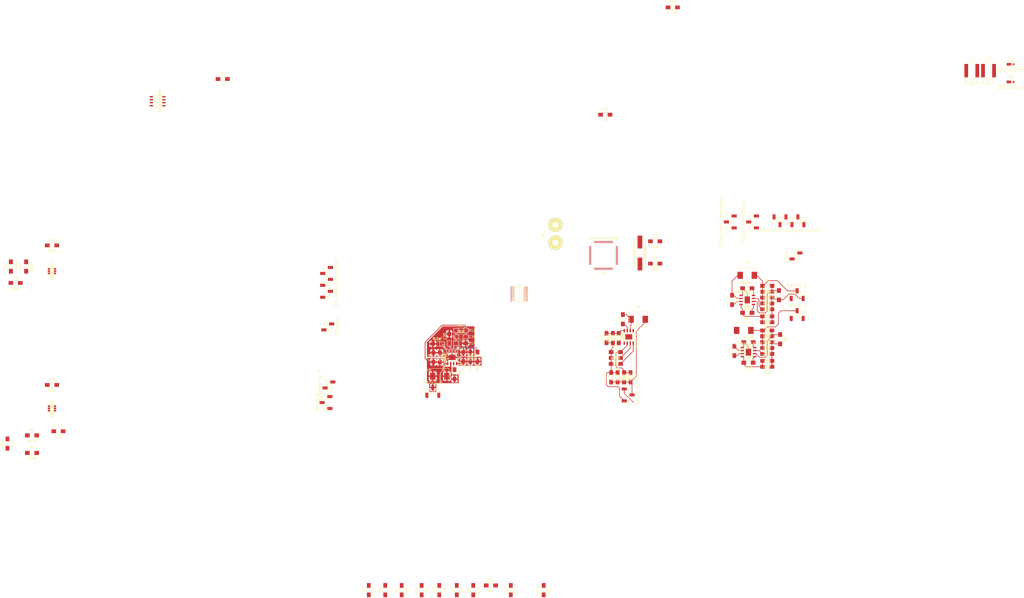
<source format=kicad_pcb>
(kicad_pcb (version 4) (host pcbnew "(2015-01-16 BZR 5376)-product")
  (layers (0 F.Cu signal) (31 B.Cu signal) (34 B.Paste user) (35 F.Paste user) (36 B.SilkS user) (37 F.SilkS user) (38 B.Mask user) (39 F.Mask user) (44 Edge.Cuts user))
  (net 0 "")
  (net 1 "Net-(C1-Pad1)")
  (net 2 GND)
  (net 3 /OSC_IN)
  (net 4 "/Low Voltage Regulators/REG6+3V3")
  (net 5 /OSC_OUT)
  (net 6 /VDDA)
  (net 7 "/Low Voltage Regulators/REG5+5V")
  (net 8 "Net-(C15-Pad1)")
  (net 9 "Net-(C15-Pad2)")
  (net 10 "Net-(C16-Pad1)")
  (net 11 "Net-(C16-Pad2)")
  (net 12 +12V)
  (net 13 "/7.4V Regulators/REG1+7V4")
  (net 14 "Net-(C19-Pad2)")
  (net 15 "/7.4V Regulators/REG2+7V4")
  (net 16 "Net-(C20-Pad2)")
  (net 17 "Net-(C21-Pad1)")
  (net 18 "Net-(C22-Pad1)")
  (net 19 "Net-(C23-Pad1)")
  (net 20 "Net-(C24-Pad1)")
  (net 21 "Net-(C31-Pad1)")
  (net 22 "Net-(C31-Pad2)")
  (net 23 "Net-(C32-Pad1)")
  (net 24 "Net-(C32-Pad2)")
  (net 25 "/7.4V Regulators/REG3+7V4")
  (net 26 "Net-(C35-Pad2)")
  (net 27 "/7.4V Regulators/REG4+7V4")
  (net 28 "Net-(C36-Pad2)")
  (net 29 "Net-(C37-Pad1)")
  (net 30 "Net-(C38-Pad1)")
  (net 31 "Net-(C39-Pad1)")
  (net 32 "Net-(C40-Pad1)")
  (net 33 "Net-(C47-Pad1)")
  (net 34 "Net-(C47-Pad2)")
  (net 35 "Net-(C48-Pad1)")
  (net 36 "Net-(C48-Pad2)")
  (net 37 "Net-(R1-Pad2)")
  (net 38 "Net-(R3-Pad2)")
  (net 39 "/7.4V Regulators/REG1EN")
  (net 40 "/7.4V Regulators/REG2EN")
  (net 41 "/7.4V Regulators/REG3EN")
  (net 42 "/7.4V Regulators/REG4EN")
  (net 43 "Net-(U1-Pad2)")
  (net 44 "Net-(U1-Pad3)")
  (net 45 "Net-(U1-Pad4)")
  (net 46 /NRST)
  (net 47 "Net-(U1-Pad8)")
  (net 48 "Net-(U1-Pad9)")
  (net 49 "Net-(U1-Pad14)")
  (net 50 "Net-(U1-Pad15)")
  (net 51 /USART2_TX)
  (net 52 "Net-(U1-Pad17)")
  (net 53 "/Low Voltage Regulators/REG5EN")
  (net 54 "/Low Voltage Regulators/REG6EN")
  (net 55 /ADC1_IN8_Shoulder)
  (net 56 "Net-(U1-Pad28)")
  (net 57 "Net-(U1-Pad29)")
  (net 58 "Net-(U1-Pad33)")
  (net 59 "Net-(U1-Pad34)")
  (net 60 "Net-(U1-Pad35)")
  (net 61 "Net-(U1-Pad36)")
  (net 62 /TIM3_CH1_EE)
  (net 63 /TIM3_CH2_EE)
  (net 64 /TIM3_CH3_EE)
  (net 65 /TIM3_CH4_EE)
  (net 66 "Net-(U1-Pad41)")
  (net 67 /USART1_TX)
  (net 68 /USART1_RX)
  (net 69 "Net-(U1-Pad44)")
  (net 70 "Net-(U1-Pad45)")
  (net 71 /SWDIO)
  (net 72 /SWCLK)
  (net 73 "Net-(U1-Pad50)")
  (net 74 "Net-(U1-Pad51)")
  (net 75 "Net-(U1-Pad52)")
  (net 76 "Net-(U1-Pad53)")
  (net 77 "Net-(U1-Pad56)")
  (net 78 "Net-(U1-Pad57)")
  (net 79 /TIM4_CH1_EE)
  (net 80 /TIM4_CH2_Step)
  (net 81 /GPIO_PB8_Direction)
  (net 82 /GPIO_PB9_Enable)
  (net 83 /Servo1_PWM)
  (net 84 /Step_Enable)
  (net 85 /Servo2_PWM)
  (net 86 /Step_Direction)
  (net 87 /Step_Step)
  (net 88 /Servo5_PWM)
  (net 89 /Servo4_PWM)
  (net 90 /Servo3_PWM)
  (net 91 /ADC1_IN9_Elbow)
  (net 92 "Net-(P7-Pad1)")
  (net 93 "Net-(P8-Pad6)")
  (net 94 "Net-(P7-Pad2)")
  (net 95 "Net-(C51-Pad1)")
  (module Inductors_NEOSID:Neosid_Inductor_SM-PIC0612H (layer F.Cu) (at 103.25 147.25 180)
    (fp_text reference L6 (at 4.75 2.75 180) (layer F.SilkS))
    (fp_text value 3.3uH hide)
    (pad 1 smd rect (at -3.02514 0 180) (size 2.3495 2.99974) (layers F.Cu F.Paste F.Mask) (net 36 "Net-(C48-Pad2)"))
    (pad 2 smd rect (at 3.02514 0 180) (size 2.3495 2.99974) (layers F.Cu F.Paste F.Mask) (net 27 "/7.4V Regulators/REG4+7V4"))
  )
  (module Capacitors_SMD:C_1206_HandSoldering (layer F.Cu) (at 147.5 238.5 270)
    (fp_text reference C1 (at 0 -2.3 270) (layer F.SilkS))
    (fp_text value 4.7uF (at 0 2.3 270) (layer F.SilkS))
    (pad 1 smd rect (at -2 0 270) (size 2 1.6) (layers F.Cu F.Paste F.Mask) (net 1 "Net-(C1-Pad1)"))
    (pad 2 smd rect (at 2 0 270) (size 2 1.6) (layers F.Cu F.Paste F.Mask) (net 2 GND))
  )
  (module Capacitors_SMD:C_1206_HandSoldering (layer F.Cu) (at 195 99.25)
    (fp_text reference C2 (at 0 -2.3) (layer F.SilkS))
    (fp_text value 15pF (at 0 2.3) (layer F.SilkS))
    (pad 1 smd rect (at -2 0) (size 2 1.6) (layers F.Cu F.Paste F.Mask) (net 3 /OSC_IN))
    (pad 2 smd rect (at 2 0) (size 2 1.6) (layers F.Cu F.Paste F.Mask) (net 2 GND))
  )
  (module Capacitors_SMD:C_1206_HandSoldering (layer F.Cu) (at 73 238.5 270)
    (fp_text reference C3 (at 0 -2.3 270) (layer F.SilkS))
    (fp_text value .1uF (at 0 2.3 270) (layer F.SilkS))
    (pad 1 smd rect (at -2 0 270) (size 2 1.6) (layers F.Cu F.Paste F.Mask) (net 4 "/Low Voltage Regulators/REG6+3V3"))
    (pad 2 smd rect (at 2 0 270) (size 2 1.6) (layers F.Cu F.Paste F.Mask) (net 2 GND))
  )
  (module Capacitors_SMD:C_1206_HandSoldering (layer F.Cu) (at 80 238.5 270)
    (fp_text reference C4 (at 0 -2.3 270) (layer F.SilkS))
    (fp_text value .1uF (at 0 2.3 270) (layer F.SilkS))
    (pad 1 smd rect (at -2 0 270) (size 2 1.6) (layers F.Cu F.Paste F.Mask) (net 4 "/Low Voltage Regulators/REG6+3V3"))
    (pad 2 smd rect (at 2 0 270) (size 2 1.6) (layers F.Cu F.Paste F.Mask) (net 2 GND))
  )
  (module Capacitors_SMD:C_1206_HandSoldering (layer F.Cu) (at 195 89.75)
    (fp_text reference C5 (at 0 -2.3) (layer F.SilkS))
    (fp_text value 15pF (at 0 2.3) (layer F.SilkS))
    (pad 1 smd rect (at -2 0) (size 2 1.6) (layers F.Cu F.Paste F.Mask) (net 5 /OSC_OUT))
    (pad 2 smd rect (at 2 0) (size 2 1.6) (layers F.Cu F.Paste F.Mask) (net 2 GND))
  )
  (module Capacitors_SMD:C_1206_HandSoldering (layer F.Cu) (at 87 238.5 270)
    (fp_text reference C6 (at 0 -2.3 270) (layer F.SilkS))
    (fp_text value .1uF (at 0 2.3 270) (layer F.SilkS))
    (pad 1 smd rect (at -2 0 270) (size 2 1.6) (layers F.Cu F.Paste F.Mask) (net 4 "/Low Voltage Regulators/REG6+3V3"))
    (pad 2 smd rect (at 2 0 270) (size 2 1.6) (layers F.Cu F.Paste F.Mask) (net 2 GND))
  )
  (module Capacitors_SMD:C_1206_HandSoldering (layer F.Cu) (at 95.5 238.5 270)
    (fp_text reference C7 (at 0 -2.3 270) (layer F.SilkS))
    (fp_text value 4.7uF (at 0 2.3 270) (layer F.SilkS))
    (pad 1 smd rect (at -2 0 270) (size 2 1.6) (layers F.Cu F.Paste F.Mask) (net 4 "/Low Voltage Regulators/REG6+3V3"))
    (pad 2 smd rect (at 2 0 270) (size 2 1.6) (layers F.Cu F.Paste F.Mask) (net 2 GND))
  )
  (module Capacitors_SMD:C_1206_HandSoldering (layer F.Cu) (at 103 238.5 270)
    (fp_text reference C8 (at 0 -2.3 270) (layer F.SilkS))
    (fp_text value .1uF (at 0 2.3 270) (layer F.SilkS))
    (pad 1 smd rect (at -2 0 270) (size 2 1.6) (layers F.Cu F.Paste F.Mask) (net 4 "/Low Voltage Regulators/REG6+3V3"))
    (pad 2 smd rect (at 2 0 270) (size 2 1.6) (layers F.Cu F.Paste F.Mask) (net 2 GND))
  )
  (module Capacitors_SMD:C_1206_HandSoldering (layer F.Cu) (at 110.5 238.5 270)
    (fp_text reference C9 (at 0 -2.3 270) (layer F.SilkS))
    (fp_text value .1uF (at 0 2.3 270) (layer F.SilkS))
    (pad 1 smd rect (at -2 0 270) (size 2 1.6) (layers F.Cu F.Paste F.Mask) (net 4 "/Low Voltage Regulators/REG6+3V3"))
    (pad 2 smd rect (at 2 0 270) (size 2 1.6) (layers F.Cu F.Paste F.Mask) (net 2 GND))
  )
  (module Capacitors_SMD:C_1206_HandSoldering (layer F.Cu) (at 117.5 238.5 270)
    (fp_text reference C10 (at 0 -2.3 270) (layer F.SilkS))
    (fp_text value .1uF (at 0 2.3 270) (layer F.SilkS))
    (pad 1 smd rect (at -2 0 270) (size 2 1.6) (layers F.Cu F.Paste F.Mask) (net 4 "/Low Voltage Regulators/REG6+3V3"))
    (pad 2 smd rect (at 2 0 270) (size 2 1.6) (layers F.Cu F.Paste F.Mask) (net 2 GND))
  )
  (module Capacitors_SMD:C_1206_HandSoldering (layer F.Cu) (at 133.5 238.5 270)
    (fp_text reference C11 (at 0 -2.3 270) (layer F.SilkS))
    (fp_text value .1uF (at 0 2.3 270) (layer F.SilkS))
    (pad 1 smd rect (at -2 0 270) (size 2 1.6) (layers F.Cu F.Paste F.Mask) (net 6 /VDDA))
    (pad 2 smd rect (at 2 0 270) (size 2 1.6) (layers F.Cu F.Paste F.Mask) (net 2 GND))
  )
  (module Capacitors_SMD:C_1206_HandSoldering (layer F.Cu) (at 173.75 35.75)
    (fp_text reference C12 (at 0 -2.3) (layer F.SilkS))
    (fp_text value 1uF (at 0 2.3) (layer F.SilkS))
    (pad 1 smd rect (at -2 0) (size 2 1.6) (layers F.Cu F.Paste F.Mask) (net 6 /VDDA))
    (pad 2 smd rect (at 2 0) (size 2 1.6) (layers F.Cu F.Paste F.Mask) (net 2 GND))
  )
  (module Capacitors_SMD:C_1206_HandSoldering (layer F.Cu) (at -77.5 107.5)
    (fp_text reference C13 (at 0 -2.3) (layer F.SilkS))
    (fp_text value 10uF (at 0 2.3) (layer F.SilkS))
    (pad 1 smd rect (at -2 0) (size 2 1.6) (layers F.Cu F.Paste F.Mask) (net 7 "/Low Voltage Regulators/REG5+5V"))
    (pad 2 smd rect (at 2 0) (size 2 1.6) (layers F.Cu F.Paste F.Mask) (net 2 GND))
  )
  (module Capacitors_SMD:C_1206_HandSoldering (layer F.Cu) (at -81 176 270)
    (fp_text reference C14 (at 0 -2.3 270) (layer F.SilkS))
    (fp_text value 10uF (at 0 2.3 270) (layer F.SilkS))
    (pad 1 smd rect (at -2 0 270) (size 2 1.6) (layers F.Cu F.Paste F.Mask) (net 4 "/Low Voltage Regulators/REG6+3V3"))
    (pad 2 smd rect (at 2 0 270) (size 2 1.6) (layers F.Cu F.Paste F.Mask) (net 2 GND))
  )
  (module Capacitors_SMD:C_1206_HandSoldering (layer F.Cu) (at -62 91.5)
    (fp_text reference C15 (at 0 -2.3) (layer F.SilkS))
    (fp_text value 10nF (at 0 2.3) (layer F.SilkS))
    (pad 1 smd rect (at -2 0) (size 2 1.6) (layers F.Cu F.Paste F.Mask) (net 8 "Net-(C15-Pad1)"))
    (pad 2 smd rect (at 2 0) (size 2 1.6) (layers F.Cu F.Paste F.Mask) (net 9 "Net-(C15-Pad2)"))
  )
  (module Capacitors_SMD:C_1206_HandSoldering (layer F.Cu) (at -62 151)
    (fp_text reference C16 (at 0 -2.3) (layer F.SilkS))
    (fp_text value 10nF (at 0 2.3) (layer F.SilkS))
    (pad 1 smd rect (at -2 0) (size 2 1.6) (layers F.Cu F.Paste F.Mask) (net 10 "Net-(C16-Pad1)"))
    (pad 2 smd rect (at 2 0) (size 2 1.6) (layers F.Cu F.Paste F.Mask) (net 11 "Net-(C16-Pad2)"))
  )
  (module Capacitors_SMD:C_1206_HandSoldering (layer F.Cu) (at 202.5 -10)
    (fp_text reference C17 (at 0 -2.3) (layer F.SilkS))
    (fp_text value 4.7uF (at 0 2.3) (layer F.SilkS))
    (pad 1 smd rect (at -2 0) (size 2 1.6) (layers F.Cu F.Paste F.Mask) (net 12 +12V))
    (pad 2 smd rect (at 2 0) (size 2 1.6) (layers F.Cu F.Paste F.Mask) (net 2 GND))
  )
  (module Capacitors_SMD:C_1206_HandSoldering (layer F.Cu) (at -59.25 170.75 180)
    (fp_text reference C18 (at 0 -2.3 180) (layer F.SilkS))
    (fp_text value 4.7uF (at 0 2.3 180) (layer F.SilkS))
    (pad 1 smd rect (at -2 0 180) (size 2 1.6) (layers F.Cu F.Paste F.Mask) (net 12 +12V))
    (pad 2 smd rect (at 2 0 180) (size 2 1.6) (layers F.Cu F.Paste F.Mask) (net 2 GND))
  )
  (module Capacitors_SMD:C_1206_HandSoldering (layer F.Cu) (at 242.75 111.25)
    (fp_text reference C19 (at 0 -2.3) (layer F.SilkS))
    (fp_text value 18pF (at 0 2.3) (layer F.SilkS))
    (pad 1 smd rect (at -2 0) (size 2 1.6) (layers F.Cu F.Paste F.Mask) (net 13 "/7.4V Regulators/REG1+7V4"))
    (pad 2 smd rect (at 2 0) (size 2 1.6) (layers F.Cu F.Paste F.Mask) (net 14 "Net-(C19-Pad2)"))
  )
  (module Capacitors_SMD:C_1206_HandSoldering (layer F.Cu) (at 242.75 127.75)
    (fp_text reference C20 (at 0 -2.3) (layer F.SilkS))
    (fp_text value 18pF (at 0 2.3) (layer F.SilkS))
    (pad 1 smd rect (at -2 0) (size 2 1.6) (layers F.Cu F.Paste F.Mask) (net 15 "/7.4V Regulators/REG2+7V4"))
    (pad 2 smd rect (at 2 0) (size 2 1.6) (layers F.Cu F.Paste F.Mask) (net 16 "Net-(C20-Pad2)"))
  )
  (module Capacitors_SMD:C_1206_HandSoldering (layer F.Cu) (at 242.75 118.75)
    (fp_text reference C21 (at 0 -2.3) (layer F.SilkS))
    (fp_text value 1uF (at 0 2.3) (layer F.SilkS))
    (pad 1 smd rect (at -2 0) (size 2 1.6) (layers F.Cu F.Paste F.Mask) (net 17 "Net-(C21-Pad1)"))
    (pad 2 smd rect (at 2 0) (size 2 1.6) (layers F.Cu F.Paste F.Mask) (net 2 GND))
  )
  (module Capacitors_SMD:C_1206_HandSoldering (layer F.Cu) (at 242.75 137.75)
    (fp_text reference C22 (at 0 -2.3) (layer F.SilkS))
    (fp_text value 1uF (at 0 2.3) (layer F.SilkS))
    (pad 1 smd rect (at -2 0) (size 2 1.6) (layers F.Cu F.Paste F.Mask) (net 18 "Net-(C22-Pad1)"))
    (pad 2 smd rect (at 2 0) (size 2 1.6) (layers F.Cu F.Paste F.Mask) (net 2 GND))
  )
  (module Capacitors_SMD:C_1206_HandSoldering (layer F.Cu) (at 234.25 109.75 180)
    (fp_text reference C23 (at 0 -2.3 180) (layer F.SilkS))
    (fp_text value 8.2nF (at 0 2.3 180) (layer F.SilkS))
    (pad 1 smd rect (at -2 0 180) (size 2 1.6) (layers F.Cu F.Paste F.Mask) (net 19 "Net-(C23-Pad1)"))
    (pad 2 smd rect (at 2 0 180) (size 2 1.6) (layers F.Cu F.Paste F.Mask) (net 2 GND))
  )
  (module Capacitors_SMD:C_1206_HandSoldering (layer F.Cu) (at 234.75 132.75 180)
    (fp_text reference C24 (at 0 -2.3 180) (layer F.SilkS))
    (fp_text value 8.2nF (at 0 2.3 180) (layer F.SilkS))
    (pad 1 smd rect (at -2 0 180) (size 2 1.6) (layers F.Cu F.Paste F.Mask) (net 20 "Net-(C24-Pad1)"))
    (pad 2 smd rect (at 2 0 180) (size 2 1.6) (layers F.Cu F.Paste F.Mask) (net 2 GND))
  )
  (module Capacitors_SMD:C_1206_HandSoldering (layer F.Cu) (at 242.75 116.25)
    (fp_text reference C25 (at 0 -2.3) (layer F.SilkS))
    (fp_text value 22uF (at 0 2.3) (layer F.SilkS))
    (pad 1 smd rect (at -2 0) (size 2 1.6) (layers F.Cu F.Paste F.Mask) (net 13 "/7.4V Regulators/REG1+7V4"))
    (pad 2 smd rect (at 2 0) (size 2 1.6) (layers F.Cu F.Paste F.Mask) (net 2 GND))
  )
  (module Capacitors_SMD:C_1206_HandSoldering (layer F.Cu) (at 242.75 135.25)
    (fp_text reference C26 (at 0 -2.3) (layer F.SilkS))
    (fp_text value 22uF (at 0 2.3) (layer F.SilkS))
    (pad 1 smd rect (at -2 0) (size 2 1.6) (layers F.Cu F.Paste F.Mask) (net 15 "/7.4V Regulators/REG2+7V4"))
    (pad 2 smd rect (at 2 0) (size 2 1.6) (layers F.Cu F.Paste F.Mask) (net 2 GND))
  )
  (module Capacitors_SMD:C_1206_HandSoldering (layer F.Cu) (at 242.75 124.25)
    (fp_text reference C27 (at 0 -2.3) (layer F.SilkS))
    (fp_text value 10uF (at 0 2.3) (layer F.SilkS))
    (pad 1 smd rect (at -2 0) (size 2 1.6) (layers F.Cu F.Paste F.Mask) (net 12 +12V))
    (pad 2 smd rect (at 2 0) (size 2 1.6) (layers F.Cu F.Paste F.Mask) (net 2 GND))
  )
  (module Capacitors_SMD:C_1206_HandSoldering (layer F.Cu) (at 242.75 113.75)
    (fp_text reference C28 (at 0 -2.3) (layer F.SilkS))
    (fp_text value 22uF (at 0 2.3) (layer F.SilkS))
    (pad 1 smd rect (at -2 0) (size 2 1.6) (layers F.Cu F.Paste F.Mask) (net 13 "/7.4V Regulators/REG1+7V4"))
    (pad 2 smd rect (at 2 0) (size 2 1.6) (layers F.Cu F.Paste F.Mask) (net 2 GND))
  )
  (module Capacitors_SMD:C_1206_HandSoldering (layer F.Cu) (at 242.75 143.25)
    (fp_text reference C29 (at 0 -2.3) (layer F.SilkS))
    (fp_text value 10uF (at 0 2.3) (layer F.SilkS))
    (pad 1 smd rect (at -2 0) (size 2 1.6) (layers F.Cu F.Paste F.Mask) (net 12 +12V))
    (pad 2 smd rect (at 2 0) (size 2 1.6) (layers F.Cu F.Paste F.Mask) (net 2 GND))
  )
  (module Capacitors_SMD:C_1206_HandSoldering (layer F.Cu) (at 242.75 132.75)
    (fp_text reference C30 (at 0 -2.3) (layer F.SilkS))
    (fp_text value 22uF (at 0 2.3) (layer F.SilkS))
    (pad 1 smd rect (at -2 0) (size 2 1.6) (layers F.Cu F.Paste F.Mask) (net 15 "/7.4V Regulators/REG2+7V4"))
    (pad 2 smd rect (at 2 0) (size 2 1.6) (layers F.Cu F.Paste F.Mask) (net 2 GND))
  )
  (module Capacitors_SMD:C_1206_HandSoldering (layer F.Cu) (at 227.75 114.75 90)
    (fp_text reference C31 (at 0 -2.3 90) (layer F.SilkS))
    (fp_text value .1uF (at 0 2.3 90) (layer F.SilkS))
    (pad 1 smd rect (at -2 0 90) (size 2 1.6) (layers F.Cu F.Paste F.Mask) (net 21 "Net-(C31-Pad1)"))
    (pad 2 smd rect (at 2 0 90) (size 2 1.6) (layers F.Cu F.Paste F.Mask) (net 22 "Net-(C31-Pad2)"))
  )
  (module Capacitors_SMD:C_1206_HandSoldering (layer F.Cu) (at 228.75 136.5 90)
    (fp_text reference C32 (at 0 -2.3 90) (layer F.SilkS))
    (fp_text value .1uF (at 0 2.3 90) (layer F.SilkS))
    (pad 1 smd rect (at -2 0 90) (size 2 1.6) (layers F.Cu F.Paste F.Mask) (net 23 "Net-(C32-Pad1)"))
    (pad 2 smd rect (at 2 0 90) (size 2 1.6) (layers F.Cu F.Paste F.Mask) (net 24 "Net-(C32-Pad2)"))
  )
  (module Capacitors_SMD:C_1206_HandSoldering (layer F.Cu) (at 242.75 121.75)
    (fp_text reference C33 (at 0 -2.3) (layer F.SilkS))
    (fp_text value 10uF (at 0 2.3) (layer F.SilkS))
    (pad 1 smd rect (at -2 0) (size 2 1.6) (layers F.Cu F.Paste F.Mask) (net 12 +12V))
    (pad 2 smd rect (at 2 0) (size 2 1.6) (layers F.Cu F.Paste F.Mask) (net 2 GND))
  )
  (module Capacitors_SMD:C_1206_HandSoldering (layer F.Cu) (at 242.75 140.75)
    (fp_text reference C34 (at 0 -2.3) (layer F.SilkS))
    (fp_text value 10uF (at 0 2.3) (layer F.SilkS))
    (pad 1 smd rect (at -2 0) (size 2 1.6) (layers F.Cu F.Paste F.Mask) (net 12 +12V))
    (pad 2 smd rect (at 2 0) (size 2 1.6) (layers F.Cu F.Paste F.Mask) (net 2 GND))
  )
  (module Capacitors_SMD:C_1206_HandSoldering (layer F.Cu) (at 184.5 147.75 90)
    (fp_text reference C35 (at 0 -2.3 90) (layer F.SilkS))
    (fp_text value 18pF (at 0 2.3 90) (layer F.SilkS))
    (pad 1 smd rect (at -2 0 90) (size 2 1.6) (layers F.Cu F.Paste F.Mask) (net 25 "/7.4V Regulators/REG3+7V4"))
    (pad 2 smd rect (at 2 0 90) (size 2 1.6) (layers F.Cu F.Paste F.Mask) (net 26 "Net-(C35-Pad2)"))
  )
  (module Capacitors_SMD:C_1206_HandSoldering (layer F.Cu) (at 112.25 130.5 180)
    (fp_text reference C36 (at -4.75 0 180) (layer F.SilkS))
    (fp_text value 18pF (at 0 2.3 180) (layer F.SilkS))
    (pad 1 smd rect (at -2 0 180) (size 2 1.6) (layers F.Cu F.Paste F.Mask) (net 27 "/7.4V Regulators/REG4+7V4"))
    (pad 2 smd rect (at 2 0 180) (size 2 1.6) (layers F.Cu F.Paste F.Mask) (net 28 "Net-(C36-Pad2)"))
  )
  (module Capacitors_SMD:C_1206_HandSoldering (layer F.Cu) (at 178.25 139.5 180)
    (fp_text reference C37 (at 0 -2.3 180) (layer F.SilkS))
    (fp_text value 1uF (at 0 2.3 180) (layer F.SilkS))
    (pad 1 smd rect (at -2 0 180) (size 2 1.6) (layers F.Cu F.Paste F.Mask) (net 29 "Net-(C37-Pad1)"))
    (pad 2 smd rect (at 2 0 180) (size 2 1.6) (layers F.Cu F.Paste F.Mask) (net 2 GND))
  )
  (module Capacitors_SMD:C_1206_HandSoldering (layer F.Cu) (at 107.25 131.25 90)
    (fp_text reference C38 (at 1 -2 90) (layer F.SilkS))
    (fp_text value 1uF (at 0 2.3 90) (layer F.SilkS))
    (pad 1 smd rect (at -2 0 90) (size 2 1.6) (layers F.Cu F.Paste F.Mask) (net 30 "Net-(C38-Pad1)"))
    (pad 2 smd rect (at 2 0 90) (size 2 1.6) (layers F.Cu F.Paste F.Mask) (net 2 GND))
  )
  (module Capacitors_SMD:C_1206_HandSoldering (layer F.Cu) (at 178.25 142 180)
    (fp_text reference C39 (at 0 -2.3 180) (layer F.SilkS))
    (fp_text value 8.2nF (at 0 2.3 180) (layer F.SilkS))
    (pad 1 smd rect (at -2 0 180) (size 2 1.6) (layers F.Cu F.Paste F.Mask) (net 31 "Net-(C39-Pad1)"))
    (pad 2 smd rect (at 2 0 180) (size 2 1.6) (layers F.Cu F.Paste F.Mask) (net 2 GND))
  )
  (module Capacitors_SMD:C_1206_HandSoldering (layer F.Cu) (at 102.25 133.5 180)
    (fp_text reference C40 (at 0 2 180) (layer F.SilkS))
    (fp_text value 8.2nF (at 0 2.3 180) (layer F.SilkS))
    (pad 1 smd rect (at -2 0 180) (size 2 1.6) (layers F.Cu F.Paste F.Mask) (net 32 "Net-(C40-Pad1)"))
    (pad 2 smd rect (at 2 0 180) (size 2 1.6) (layers F.Cu F.Paste F.Mask) (net 2 GND))
  )
  (module Capacitors_SMD:C_1206_HandSoldering (layer F.Cu) (at 179 147.75 90)
    (fp_text reference C41 (at 0 -2.3 90) (layer F.SilkS))
    (fp_text value 22uF (at 0 2.3 90) (layer F.SilkS))
    (pad 1 smd rect (at -2 0 90) (size 2 1.6) (layers F.Cu F.Paste F.Mask) (net 25 "/7.4V Regulators/REG3+7V4"))
    (pad 2 smd rect (at 2 0 90) (size 2 1.6) (layers F.Cu F.Paste F.Mask) (net 2 GND))
  )
  (module Capacitors_SMD:C_1206_HandSoldering (layer F.Cu) (at 103.25 139.25 90)
    (fp_text reference C42 (at 0 2 90) (layer F.SilkS))
    (fp_text value 22uF (at 0 2.3 90) (layer F.SilkS))
    (pad 1 smd rect (at -2 0 90) (size 2 1.6) (layers F.Cu F.Paste F.Mask) (net 27 "/7.4V Regulators/REG4+7V4"))
    (pad 2 smd rect (at 2 0 90) (size 2 1.6) (layers F.Cu F.Paste F.Mask) (net 2 GND))
  )
  (module Capacitors_SMD:C_1206_HandSoldering (layer F.Cu) (at 174.25 131 270)
    (fp_text reference C43 (at 0 -2.3 270) (layer F.SilkS))
    (fp_text value 10uF (at 0 2.3 270) (layer F.SilkS))
    (pad 1 smd rect (at -2 0 270) (size 2 1.6) (layers F.Cu F.Paste F.Mask) (net 12 +12V))
    (pad 2 smd rect (at 2 0 270) (size 2 1.6) (layers F.Cu F.Paste F.Mask) (net 2 GND))
  )
  (module Capacitors_SMD:C_1206_HandSoldering (layer F.Cu) (at 176.25 147.75 90)
    (fp_text reference C44 (at 0 -2.3 90) (layer F.SilkS))
    (fp_text value 22uF (at 0 2.3 90) (layer F.SilkS))
    (pad 1 smd rect (at -2 0 90) (size 2 1.6) (layers F.Cu F.Paste F.Mask) (net 25 "/7.4V Regulators/REG3+7V4"))
    (pad 2 smd rect (at 2 0 90) (size 2 1.6) (layers F.Cu F.Paste F.Mask) (net 2 GND))
  )
  (module Capacitors_SMD:C_1206_HandSoldering (layer F.Cu) (at 113.25 139 90)
    (fp_text reference C45 (at -4.75 0.25 90) (layer F.SilkS))
    (fp_text value 10uF (at 0 2.3 90) (layer F.SilkS))
    (pad 1 smd rect (at -2 0 90) (size 2 1.6) (layers F.Cu F.Paste F.Mask) (net 12 +12V))
    (pad 2 smd rect (at 2 0 90) (size 2 1.6) (layers F.Cu F.Paste F.Mask) (net 2 GND))
  )
  (module Capacitors_SMD:C_1206_HandSoldering (layer F.Cu) (at 100.5 139.25 90)
    (fp_text reference C46 (at 0 -1.75 90) (layer F.SilkS))
    (fp_text value 22uF (at 0 2.3 90) (layer F.SilkS))
    (pad 1 smd rect (at -2 0 90) (size 2 1.6) (layers F.Cu F.Paste F.Mask) (net 27 "/7.4V Regulators/REG4+7V4"))
    (pad 2 smd rect (at 2 0 90) (size 2 1.6) (layers F.Cu F.Paste F.Mask) (net 2 GND))
  )
  (module Capacitors_SMD:C_1206_HandSoldering (layer F.Cu) (at 181.25 123 90)
    (fp_text reference C47 (at 0 -2.3 90) (layer F.SilkS))
    (fp_text value .1uF (at 0 2.3 90) (layer F.SilkS))
    (pad 1 smd rect (at -2 0 90) (size 2 1.6) (layers F.Cu F.Paste F.Mask) (net 33 "Net-(C47-Pad1)"))
    (pad 2 smd rect (at 2 0 90) (size 2 1.6) (layers F.Cu F.Paste F.Mask) (net 34 "Net-(C47-Pad2)"))
  )
  (module Capacitors_SMD:C_1206_HandSoldering (layer F.Cu) (at 109.5 146.5 270)
    (fp_text reference C48 (at 0 -2.3 270) (layer F.SilkS))
    (fp_text value .1uF (at 0 2.3 270) (layer F.SilkS))
    (pad 1 smd rect (at -2 0 270) (size 2 1.6) (layers F.Cu F.Paste F.Mask) (net 35 "Net-(C48-Pad1)"))
    (pad 2 smd rect (at 2 0 270) (size 2 1.6) (layers F.Cu F.Paste F.Mask) (net 36 "Net-(C48-Pad2)"))
  )
  (module Capacitors_SMD:C_1206_HandSoldering (layer F.Cu) (at 177 131 270)
    (fp_text reference C49 (at 0 -2.3 270) (layer F.SilkS))
    (fp_text value 10uF (at 0 2.3 270) (layer F.SilkS))
    (pad 1 smd rect (at -2 0 270) (size 2 1.6) (layers F.Cu F.Paste F.Mask) (net 12 +12V))
    (pad 2 smd rect (at 2 0 270) (size 2 1.6) (layers F.Cu F.Paste F.Mask) (net 2 GND))
  )
  (module Capacitors_SMD:C_1206_HandSoldering (layer F.Cu) (at 116.25 139 90)
    (fp_text reference C50 (at -4.75 0 90) (layer F.SilkS))
    (fp_text value 10uF (at 0 2.3 90) (layer F.SilkS))
    (pad 1 smd rect (at -2 0 90) (size 2 1.6) (layers F.Cu F.Paste F.Mask) (net 12 +12V))
    (pad 2 smd rect (at 2 0 90) (size 2 1.6) (layers F.Cu F.Paste F.Mask) (net 2 GND))
  )
  (module Resistors_SMD:R_1206_HandSoldering (layer F.Cu) (at 125 236.5)
    (fp_text reference FB1 (at 0 -2.3) (layer F.SilkS))
    (fp_text value 50O (at 0 2.3) (layer F.SilkS))
    (pad 1 smd rect (at -2 0) (size 2 1.7) (layers F.Cu F.Paste F.Mask) (net 4 "/Low Voltage Regulators/REG6+3V3"))
    (pad 2 smd rect (at 2 0) (size 2 1.7) (layers F.Cu F.Paste F.Mask) (net 6 /VDDA))
  )
  (module Inductors_NEOSID:Neosid_Inductor_SM-PIC0612H (layer F.Cu) (at 234.25 104.25)
    (fp_text reference L3 (at 0 -5.40004) (layer F.SilkS))
    (fp_text value 3.3uH hide)
    (pad 1 smd rect (at -3.02514 0) (size 2.3495 2.99974) (layers F.Cu F.Paste F.Mask) (net 22 "Net-(C31-Pad2)"))
    (pad 2 smd rect (at 3.02514 0) (size 2.3495 2.99974) (layers F.Cu F.Paste F.Mask) (net 13 "/7.4V Regulators/REG1+7V4"))
  )
  (module Inductors_NEOSID:Neosid_Inductor_SM-PIC0612H (layer F.Cu) (at 232.75 127.75)
    (fp_text reference L4 (at 0 -5.40004) (layer F.SilkS))
    (fp_text value 3.3uH hide)
    (pad 1 smd rect (at -3.02514 0) (size 2.3495 2.99974) (layers F.Cu F.Paste F.Mask) (net 24 "Net-(C32-Pad2)"))
    (pad 2 smd rect (at 3.02514 0) (size 2.3495 2.99974) (layers F.Cu F.Paste F.Mask) (net 15 "/7.4V Regulators/REG2+7V4"))
  )
  (module Inductors_NEOSID:Neosid_Inductor_SM-PIC0612H (layer F.Cu) (at 187.75 123)
    (fp_text reference L5 (at 0 -5.40004) (layer F.SilkS))
    (fp_text value 3.3uH hide)
    (pad 1 smd rect (at -3.02514 0) (size 2.3495 2.99974) (layers F.Cu F.Paste F.Mask) (net 34 "Net-(C47-Pad2)"))
    (pad 2 smd rect (at 3.02514 0) (size 2.3495 2.99974) (layers F.Cu F.Paste F.Mask) (net 25 "/7.4V Regulators/REG3+7V4"))
  )
  (module Resistors_SMD:R_1206_HandSoldering (layer F.Cu) (at -79.5 100.5 90)
    (fp_text reference R1 (at 0 -2.3 90) (layer F.SilkS))
    (fp_text value 49.9k (at 0 2.3 90) (layer F.SilkS))
    (pad 1 smd rect (at -2 0 90) (size 2 1.7) (layers F.Cu F.Paste F.Mask) (net 7 "/Low Voltage Regulators/REG5+5V"))
    (pad 2 smd rect (at 2 0 90) (size 2 1.7) (layers F.Cu F.Paste F.Mask) (net 37 "Net-(R1-Pad2)"))
  )
  (module Resistors_SMD:R_1206_HandSoldering (layer F.Cu) (at -73 100.5 90)
    (fp_text reference R2 (at 0 -2.3 90) (layer F.SilkS))
    (fp_text value 9.53k (at 0 2.3 90) (layer F.SilkS))
    (pad 1 smd rect (at -2 0 90) (size 2 1.7) (layers F.Cu F.Paste F.Mask) (net 2 GND))
    (pad 2 smd rect (at 2 0 90) (size 2 1.7) (layers F.Cu F.Paste F.Mask) (net 37 "Net-(R1-Pad2)"))
  )
  (module Resistors_SMD:R_1206_HandSoldering (layer F.Cu) (at -70.5 172.5)
    (fp_text reference R3 (at 0 -2.3) (layer F.SilkS))
    (fp_text value 49.9k (at 0 2.3) (layer F.SilkS))
    (pad 1 smd rect (at -2 0) (size 2 1.7) (layers F.Cu F.Paste F.Mask) (net 4 "/Low Voltage Regulators/REG6+3V3"))
    (pad 2 smd rect (at 2 0) (size 2 1.7) (layers F.Cu F.Paste F.Mask) (net 38 "Net-(R3-Pad2)"))
  )
  (module Resistors_SMD:R_1206_HandSoldering (layer F.Cu) (at -70.5 180)
    (fp_text reference R4 (at 0 -2.3) (layer F.SilkS))
    (fp_text value 15.8k (at 0 2.3) (layer F.SilkS))
    (pad 1 smd rect (at -2 0) (size 2 1.7) (layers F.Cu F.Paste F.Mask) (net 2 GND))
    (pad 2 smd rect (at 2 0) (size 2 1.7) (layers F.Cu F.Paste F.Mask) (net 38 "Net-(R3-Pad2)"))
  )
  (module Resistors_SMD:R_1206_HandSoldering (layer F.Cu) (at 242.75 108.75)
    (fp_text reference R5 (at 0 -2.3) (layer F.SilkS))
    (fp_text value 191k (at 0 2.3) (layer F.SilkS))
    (pad 1 smd rect (at -2 0) (size 2 1.7) (layers F.Cu F.Paste F.Mask) (net 13 "/7.4V Regulators/REG1+7V4"))
    (pad 2 smd rect (at 2 0) (size 2 1.7) (layers F.Cu F.Paste F.Mask) (net 14 "Net-(C19-Pad2)"))
  )
  (module Resistors_SMD:R_1206_HandSoldering (layer F.Cu) (at 242.75 130.25)
    (fp_text reference R6 (at 0 -2.3) (layer F.SilkS))
    (fp_text value 191k (at 0 2.3) (layer F.SilkS))
    (pad 1 smd rect (at -2 0) (size 2 1.7) (layers F.Cu F.Paste F.Mask) (net 15 "/7.4V Regulators/REG2+7V4"))
    (pad 2 smd rect (at 2 0) (size 2 1.7) (layers F.Cu F.Paste F.Mask) (net 16 "Net-(C20-Pad2)"))
  )
  (module Resistors_SMD:R_1206_HandSoldering (layer F.Cu) (at 247.75 112.75 270)
    (fp_text reference R7 (at 0 -2.3 270) (layer F.SilkS))
    (fp_text value 22.1k (at 0 2.3 270) (layer F.SilkS))
    (pad 1 smd rect (at -2 0 270) (size 2 1.7) (layers F.Cu F.Paste F.Mask) (net 14 "Net-(C19-Pad2)"))
    (pad 2 smd rect (at 2 0 270) (size 2 1.7) (layers F.Cu F.Paste F.Mask) (net 2 GND))
  )
  (module Resistors_SMD:R_1206_HandSoldering (layer F.Cu) (at 248.25 131.5 270)
    (fp_text reference R8 (at 0 -2.3 270) (layer F.SilkS))
    (fp_text value 22.1k (at 0 2.3 270) (layer F.SilkS))
    (pad 1 smd rect (at -2 0 270) (size 2 1.7) (layers F.Cu F.Paste F.Mask) (net 16 "Net-(C20-Pad2)"))
    (pad 2 smd rect (at 2 0 270) (size 2 1.7) (layers F.Cu F.Paste F.Mask) (net 2 GND))
  )
  (module Resistors_SMD:R_1206_HandSoldering (layer F.Cu) (at 234.25 120.25 180)
    (fp_text reference R9 (at 0 -2.3 180) (layer F.SilkS))
    (fp_text value 100k (at 0 2.3 180) (layer F.SilkS))
    (pad 1 smd rect (at -2 0 180) (size 2 1.7) (layers F.Cu F.Paste F.Mask) (net 39 "/7.4V Regulators/REG1EN"))
    (pad 2 smd rect (at 2 0 180) (size 2 1.7) (layers F.Cu F.Paste F.Mask) (net 12 +12V))
  )
  (module Resistors_SMD:R_1206_HandSoldering (layer F.Cu) (at 234.75 141.5 180)
    (fp_text reference R10 (at 0 -2.3 180) (layer F.SilkS))
    (fp_text value 100k (at 0 2.3 180) (layer F.SilkS))
    (pad 1 smd rect (at -2 0 180) (size 2 1.7) (layers F.Cu F.Paste F.Mask) (net 40 "/7.4V Regulators/REG2EN"))
    (pad 2 smd rect (at 2 0 180) (size 2 1.7) (layers F.Cu F.Paste F.Mask) (net 12 +12V))
  )
  (module Resistors_SMD:R_1206_HandSoldering (layer F.Cu) (at 181.75 147.75 90)
    (fp_text reference R11 (at 0 -2.3 90) (layer F.SilkS))
    (fp_text value 191k (at 0 2.3 90) (layer F.SilkS))
    (pad 1 smd rect (at -2 0 90) (size 2 1.7) (layers F.Cu F.Paste F.Mask) (net 25 "/7.4V Regulators/REG3+7V4"))
    (pad 2 smd rect (at 2 0 90) (size 2 1.7) (layers F.Cu F.Paste F.Mask) (net 26 "Net-(C35-Pad2)"))
  )
  (module Resistors_SMD:R_1206_HandSoldering (layer F.Cu) (at 112.25 127.75 180)
    (fp_text reference R12 (at -4.75 0 180) (layer F.SilkS))
    (fp_text value 191k (at 0 2.3 180) (layer F.SilkS))
    (pad 1 smd rect (at -2 0 180) (size 2 1.7) (layers F.Cu F.Paste F.Mask) (net 27 "/7.4V Regulators/REG4+7V4"))
    (pad 2 smd rect (at 2 0 180) (size 2 1.7) (layers F.Cu F.Paste F.Mask) (net 28 "Net-(C36-Pad2)"))
  )
  (module Resistors_SMD:R_1206_HandSoldering (layer F.Cu) (at 178.25 137 180)
    (fp_text reference R13 (at 0 -2.3 180) (layer F.SilkS))
    (fp_text value 22.1k (at 0 2.3 180) (layer F.SilkS))
    (pad 1 smd rect (at -2 0 180) (size 2 1.7) (layers F.Cu F.Paste F.Mask) (net 26 "Net-(C35-Pad2)"))
    (pad 2 smd rect (at 2 0 180) (size 2 1.7) (layers F.Cu F.Paste F.Mask) (net 2 GND))
  )
  (module Resistors_SMD:R_1206_HandSoldering (layer F.Cu) (at 112.25 133.25)
    (fp_text reference R14 (at 4.75 0) (layer F.SilkS))
    (fp_text value 22.1k (at 0 2.3) (layer F.SilkS))
    (pad 1 smd rect (at -2 0) (size 2 1.7) (layers F.Cu F.Paste F.Mask) (net 28 "Net-(C36-Pad2)"))
    (pad 2 smd rect (at 2 0) (size 2 1.7) (layers F.Cu F.Paste F.Mask) (net 2 GND))
  )
  (module Resistors_SMD:R_1206_HandSoldering (layer F.Cu) (at 179.5 131 90)
    (fp_text reference R15 (at 0 -2.3 90) (layer F.SilkS))
    (fp_text value 100k (at 0 2.3 90) (layer F.SilkS))
    (pad 1 smd rect (at -2 0 90) (size 2 1.7) (layers F.Cu F.Paste F.Mask) (net 41 "/7.4V Regulators/REG3EN"))
    (pad 2 smd rect (at 2 0 90) (size 2 1.7) (layers F.Cu F.Paste F.Mask) (net 12 +12V))
  )
  (module Resistors_SMD:R_1206_HandSoldering (layer F.Cu) (at 119.25 139 270)
    (fp_text reference R16 (at 4.75 0 270) (layer F.SilkS))
    (fp_text value 100k (at 0 2.3 270) (layer F.SilkS))
    (pad 1 smd rect (at -2 0 270) (size 2 1.7) (layers F.Cu F.Paste F.Mask) (net 42 "/7.4V Regulators/REG4EN"))
    (pad 2 smd rect (at 2 0 270) (size 2 1.7) (layers F.Cu F.Paste F.Mask) (net 12 +12V))
  )
  (module Housings_QFP:LQFP-64_10x10mm_Pitch0.5mm (layer F.Cu) (at 173 95.75 180)
    (fp_text reference U1 (at 0 -7.2 180) (layer F.SilkS))
    (fp_text value STM32F401RCT6 (at 0 7.2 180) (layer F.SilkS))
    (pad 1 smd rect (at -5.7 -3.75 180) (size 1 0.25) (layers F.Cu F.Paste F.Mask) (net 4 "/Low Voltage Regulators/REG6+3V3"))
    (pad 2 smd rect (at -5.7 -3.25 180) (size 1 0.25) (layers F.Cu F.Paste F.Mask) (net 43 "Net-(U1-Pad2)"))
    (pad 3 smd rect (at -5.7 -2.75 180) (size 1 0.25) (layers F.Cu F.Paste F.Mask) (net 44 "Net-(U1-Pad3)"))
    (pad 4 smd rect (at -5.7 -2.25 180) (size 1 0.25) (layers F.Cu F.Paste F.Mask) (net 45 "Net-(U1-Pad4)"))
    (pad 5 smd rect (at -5.7 -1.75 180) (size 1 0.25) (layers F.Cu F.Paste F.Mask) (net 3 /OSC_IN))
    (pad 6 smd rect (at -5.7 -1.25 180) (size 1 0.25) (layers F.Cu F.Paste F.Mask) (net 5 /OSC_OUT))
    (pad 7 smd rect (at -5.7 -0.75 180) (size 1 0.25) (layers F.Cu F.Paste F.Mask) (net 46 /NRST))
    (pad 8 smd rect (at -5.7 -0.25 180) (size 1 0.25) (layers F.Cu F.Paste F.Mask) (net 47 "Net-(U1-Pad8)"))
    (pad 9 smd rect (at -5.7 0.25 180) (size 1 0.25) (layers F.Cu F.Paste F.Mask) (net 48 "Net-(U1-Pad9)"))
    (pad 10 smd rect (at -5.7 0.75 180) (size 1 0.25) (layers F.Cu F.Paste F.Mask) (net 2 GND))
    (pad 11 smd rect (at -5.7 1.25 180) (size 1 0.25) (layers F.Cu F.Paste F.Mask) (net 4 "/Low Voltage Regulators/REG6+3V3"))
    (pad 12 smd rect (at -5.7 1.75 180) (size 1 0.25) (layers F.Cu F.Paste F.Mask) (net 4 "/Low Voltage Regulators/REG6+3V3"))
    (pad 13 smd rect (at -5.7 2.25 180) (size 1 0.25) (layers F.Cu F.Paste F.Mask) (net 6 /VDDA))
    (pad 14 smd rect (at -5.7 2.75 180) (size 1 0.25) (layers F.Cu F.Paste F.Mask) (net 49 "Net-(U1-Pad14)"))
    (pad 15 smd rect (at -5.7 3.25 180) (size 1 0.25) (layers F.Cu F.Paste F.Mask) (net 50 "Net-(U1-Pad15)"))
    (pad 16 smd rect (at -5.7 3.75 180) (size 1 0.25) (layers F.Cu F.Paste F.Mask) (net 51 /USART2_TX))
    (pad 17 smd rect (at -3.75 5.7 270) (size 1 0.25) (layers F.Cu F.Paste F.Mask) (net 52 "Net-(U1-Pad17)"))
    (pad 18 smd rect (at -3.25 5.7 270) (size 1 0.25) (layers F.Cu F.Paste F.Mask))
    (pad 19 smd rect (at -2.75 5.7 270) (size 1 0.25) (layers F.Cu F.Paste F.Mask) (net 4 "/Low Voltage Regulators/REG6+3V3"))
    (pad 20 smd rect (at -2.25 5.7 270) (size 1 0.25) (layers F.Cu F.Paste F.Mask) (net 39 "/7.4V Regulators/REG1EN"))
    (pad 21 smd rect (at -1.75 5.7 270) (size 1 0.25) (layers F.Cu F.Paste F.Mask) (net 40 "/7.4V Regulators/REG2EN"))
    (pad 22 smd rect (at -1.25 5.7 270) (size 1 0.25) (layers F.Cu F.Paste F.Mask) (net 41 "/7.4V Regulators/REG3EN"))
    (pad 23 smd rect (at -0.75 5.7 270) (size 1 0.25) (layers F.Cu F.Paste F.Mask) (net 42 "/7.4V Regulators/REG4EN"))
    (pad 24 smd rect (at -0.25 5.7 270) (size 1 0.25) (layers F.Cu F.Paste F.Mask) (net 53 "/Low Voltage Regulators/REG5EN"))
    (pad 25 smd rect (at 0.25 5.7 270) (size 1 0.25) (layers F.Cu F.Paste F.Mask) (net 54 "/Low Voltage Regulators/REG6EN"))
    (pad 26 smd rect (at 0.75 5.7 270) (size 1 0.25) (layers F.Cu F.Paste F.Mask) (net 55 /ADC1_IN8_Shoulder))
    (pad 27 smd rect (at 1.25 5.7 270) (size 1 0.25) (layers F.Cu F.Paste F.Mask) (net 2 GND))
    (pad 28 smd rect (at 1.75 5.7 270) (size 1 0.25) (layers F.Cu F.Paste F.Mask) (net 56 "Net-(U1-Pad28)"))
    (pad 29 smd rect (at 2.25 5.7 270) (size 1 0.25) (layers F.Cu F.Paste F.Mask) (net 57 "Net-(U1-Pad29)"))
    (pad 30 smd rect (at 2.75 5.7 270) (size 1 0.25) (layers F.Cu F.Paste F.Mask) (net 1 "Net-(C1-Pad1)"))
    (pad 31 smd rect (at 3.25 5.7 270) (size 1 0.25) (layers F.Cu F.Paste F.Mask) (net 2 GND))
    (pad 32 smd rect (at 3.75 5.7 270) (size 1 0.25) (layers F.Cu F.Paste F.Mask) (net 4 "/Low Voltage Regulators/REG6+3V3"))
    (pad 33 smd rect (at 5.7 3.75 180) (size 1 0.25) (layers F.Cu F.Paste F.Mask) (net 58 "Net-(U1-Pad33)"))
    (pad 34 smd rect (at 5.7 3.25 180) (size 1 0.25) (layers F.Cu F.Paste F.Mask) (net 59 "Net-(U1-Pad34)"))
    (pad 35 smd rect (at 5.7 2.75 180) (size 1 0.25) (layers F.Cu F.Paste F.Mask) (net 60 "Net-(U1-Pad35)"))
    (pad 36 smd rect (at 5.7 2.25 180) (size 1 0.25) (layers F.Cu F.Paste F.Mask) (net 61 "Net-(U1-Pad36)"))
    (pad 37 smd rect (at 5.7 1.75 180) (size 1 0.25) (layers F.Cu F.Paste F.Mask) (net 62 /TIM3_CH1_EE))
    (pad 38 smd rect (at 5.7 1.25 180) (size 1 0.25) (layers F.Cu F.Paste F.Mask) (net 63 /TIM3_CH2_EE))
    (pad 39 smd rect (at 5.7 0.75 180) (size 1 0.25) (layers F.Cu F.Paste F.Mask) (net 64 /TIM3_CH3_EE))
    (pad 40 smd rect (at 5.7 0.25 180) (size 1 0.25) (layers F.Cu F.Paste F.Mask) (net 65 /TIM3_CH4_EE))
    (pad 41 smd rect (at 5.7 -0.25 180) (size 1 0.25) (layers F.Cu F.Paste F.Mask) (net 66 "Net-(U1-Pad41)"))
    (pad 42 smd rect (at 5.7 -0.75 180) (size 1 0.25) (layers F.Cu F.Paste F.Mask) (net 67 /USART1_TX))
    (pad 43 smd rect (at 5.7 -1.25 180) (size 1 0.25) (layers F.Cu F.Paste F.Mask) (net 68 /USART1_RX))
    (pad 44 smd rect (at 5.7 -1.75 180) (size 1 0.25) (layers F.Cu F.Paste F.Mask) (net 69 "Net-(U1-Pad44)"))
    (pad 45 smd rect (at 5.7 -2.25 180) (size 1 0.25) (layers F.Cu F.Paste F.Mask) (net 70 "Net-(U1-Pad45)"))
    (pad 46 smd rect (at 5.7 -2.75 180) (size 1 0.25) (layers F.Cu F.Paste F.Mask) (net 71 /SWDIO))
    (pad 47 smd rect (at 5.7 -3.25 180) (size 1 0.25) (layers F.Cu F.Paste F.Mask) (net 2 GND))
    (pad 48 smd rect (at 5.7 -3.75 180) (size 1 0.25) (layers F.Cu F.Paste F.Mask) (net 4 "/Low Voltage Regulators/REG6+3V3"))
    (pad 49 smd rect (at 3.75 -5.7 270) (size 1 0.25) (layers F.Cu F.Paste F.Mask) (net 72 /SWCLK))
    (pad 50 smd rect (at 3.25 -5.7 270) (size 1 0.25) (layers F.Cu F.Paste F.Mask) (net 73 "Net-(U1-Pad50)"))
    (pad 51 smd rect (at 2.75 -5.7 270) (size 1 0.25) (layers F.Cu F.Paste F.Mask) (net 74 "Net-(U1-Pad51)"))
    (pad 52 smd rect (at 2.25 -5.7 270) (size 1 0.25) (layers F.Cu F.Paste F.Mask) (net 75 "Net-(U1-Pad52)"))
    (pad 53 smd rect (at 1.75 -5.7 270) (size 1 0.25) (layers F.Cu F.Paste F.Mask) (net 76 "Net-(U1-Pad53)"))
    (pad 54 smd rect (at 1.25 -5.7 270) (size 1 0.25) (layers F.Cu F.Paste F.Mask))
    (pad 55 smd rect (at 0.75 -5.7 270) (size 1 0.25) (layers F.Cu F.Paste F.Mask))
    (pad 56 smd rect (at 0.25 -5.7 270) (size 1 0.25) (layers F.Cu F.Paste F.Mask) (net 77 "Net-(U1-Pad56)"))
    (pad 57 smd rect (at -0.25 -5.7 270) (size 1 0.25) (layers F.Cu F.Paste F.Mask) (net 78 "Net-(U1-Pad57)"))
    (pad 58 smd rect (at -0.75 -5.7 270) (size 1 0.25) (layers F.Cu F.Paste F.Mask) (net 79 /TIM4_CH1_EE))
    (pad 59 smd rect (at -1.25 -5.7 270) (size 1 0.25) (layers F.Cu F.Paste F.Mask) (net 80 /TIM4_CH2_Step))
    (pad 60 smd rect (at -1.75 -5.7 270) (size 1 0.25) (layers F.Cu F.Paste F.Mask) (net 95 "Net-(C51-Pad1)"))
    (pad 61 smd rect (at -2.25 -5.7 270) (size 1 0.25) (layers F.Cu F.Paste F.Mask) (net 81 /GPIO_PB8_Direction))
    (pad 62 smd rect (at -2.75 -5.7 270) (size 1 0.25) (layers F.Cu F.Paste F.Mask) (net 82 /GPIO_PB9_Enable))
    (pad 63 smd rect (at -3.25 -5.7 270) (size 1 0.25) (layers F.Cu F.Paste F.Mask) (net 2 GND))
    (pad 64 smd rect (at -3.75 -5.7 270) (size 1 0.25) (layers F.Cu F.Paste F.Mask) (net 4 "/Low Voltage Regulators/REG6+3V3"))
  )
  (module SMD_Packages:SOIC-8-W (layer F.Cu) (at -17 30 90)
    (fp_text reference U2 (at 0 -0.889 90) (layer F.SilkS))
    (fp_text value SN75176BDR (at 0 1.016 90) (layer F.SilkS))
    (pad 8 smd rect (at -1.905 -2.667 90) (size 0.59944 1.39954) (layers F.Cu F.Paste F.Mask) (net 7 "/Low Voltage Regulators/REG5+5V"))
    (pad 1 smd rect (at -1.905 2.667 90) (size 0.59944 1.39954) (layers F.Cu F.Paste F.Mask) (net 68 /USART1_RX))
    (pad 7 smd rect (at -0.635 -2.667 90) (size 0.59944 1.39954) (layers F.Cu F.Paste F.Mask) (net 94 "Net-(P7-Pad2)"))
    (pad 6 smd rect (at 0.635 -2.667 90) (size 0.59944 1.39954) (layers F.Cu F.Paste F.Mask) (net 92 "Net-(P7-Pad1)"))
    (pad 5 smd rect (at 1.905 -2.667 90) (size 0.59944 1.39954) (layers F.Cu F.Paste F.Mask) (net 2 GND))
    (pad 2 smd rect (at -0.635 2.667 90) (size 0.59944 1.39954) (layers F.Cu F.Paste F.Mask) (net 66 "Net-(U1-Pad41)"))
    (pad 3 smd rect (at 0.635 2.667 90) (size 0.59944 1.39954) (layers F.Cu F.Paste F.Mask) (net 66 "Net-(U1-Pad41)"))
    (pad 4 smd rect (at 1.905 2.667 90) (size 0.59944 1.39954) (layers F.Cu F.Paste F.Mask) (net 67 /USART1_TX))
  )
  (module MAVRIC_footprints:AB2_TSSOP20 (layer F.Cu) (at 137 112.25 270)
    (fp_text reference U3 (at 0 -1.27 270) (layer F.SilkS) (effects (font (size 0.8128 0.8128) (thickness 0.0762))))
    (fp_text value 74LVCH244APW (at 0 0 270) (layer F.SilkS) (effects (font (size 0.8128 0.8128) (thickness 0.0762))))
    (pad 18 smd rect (at -1.625 -2.8 270) (size 0.3 1.6) (layers F.Cu F.Paste F.Mask) (net 83 /Servo1_PWM))
    (pad 17 smd rect (at -0.975 -2.8 270) (size 0.3 1.6) (layers F.Cu F.Paste F.Mask) (net 79 /TIM4_CH1_EE))
    (pad 19 smd rect (at -2.275 -2.8 270) (size 0.3 1.6) (layers F.Cu F.Paste F.Mask) (net 2 GND))
    (pad 20 smd rect (at -2.925 -2.8 270) (size 0.3 1.6) (layers F.Cu F.Paste F.Mask) (net 4 "/Low Voltage Regulators/REG6+3V3"))
    (pad 9 smd rect (at 2.275 2.8 270) (size 0.3 1.6) (layers F.Cu F.Paste F.Mask) (net 84 /Step_Enable))
    (pad 10 smd rect (at 2.925 2.8 270) (size 0.3 1.6) (layers F.Cu F.Paste F.Mask) (net 2 GND))
    (pad 16 smd rect (at -0.325 -2.8 270) (size 0.3 1.6) (layers F.Cu F.Paste F.Mask) (net 85 /Servo2_PWM))
    (pad 15 smd rect (at 0.325 -2.8 270) (size 0.3 1.6) (layers F.Cu F.Paste F.Mask) (net 80 /TIM4_CH2_Step))
    (pad 8 smd rect (at 1.625 2.8 270) (size 0.3 1.6) (layers F.Cu F.Paste F.Mask) (net 65 /TIM3_CH4_EE))
    (pad 7 smd rect (at 0.975 2.8 270) (size 0.3 1.6) (layers F.Cu F.Paste F.Mask) (net 86 /Step_Direction))
    (pad 6 smd rect (at 0.325 2.8 270) (size 0.3 1.6) (layers F.Cu F.Paste F.Mask) (net 64 /TIM3_CH3_EE))
    (pad 5 smd rect (at -0.325 2.8 270) (size 0.3 1.6) (layers F.Cu F.Paste F.Mask) (net 87 /Step_Step))
    (pad 1 smd rect (at -2.925 2.8 270) (size 0.3 1.6) (layers F.Cu F.Paste F.Mask) (net 2 GND))
    (pad 2 smd rect (at -2.275 2.8 270) (size 0.3 1.6) (layers F.Cu F.Paste F.Mask) (net 62 /TIM3_CH1_EE))
    (pad 3 smd rect (at -1.625 2.8 270) (size 0.3 1.6) (layers F.Cu F.Paste F.Mask) (net 88 /Servo5_PWM))
    (pad 4 smd rect (at -0.975 2.8 270) (size 0.3 1.6) (layers F.Cu F.Paste F.Mask) (net 63 /TIM3_CH2_EE))
    (pad 11 smd rect (at 2.925 -2.8 270) (size 0.3 1.6) (layers F.Cu F.Paste F.Mask) (net 82 /GPIO_PB9_Enable))
    (pad 12 smd rect (at 2.275 -2.8 270) (size 0.3 1.6) (layers F.Cu F.Paste F.Mask) (net 89 /Servo4_PWM))
    (pad 13 smd rect (at 1.625 -2.8 270) (size 0.3 1.6) (layers F.Cu F.Paste F.Mask) (net 81 /GPIO_PB8_Direction))
    (pad 14 smd rect (at 0.975 -2.8 270) (size 0.3 1.6) (layers F.Cu F.Paste F.Mask) (net 90 /Servo3_PWM))
  )
  (module SMD_Packages:SOT-23-6 (layer F.Cu) (at -62 102.5 270)
    (fp_text reference U4 (at 1.99898 0 360) (layer F.SilkS))
    (fp_text value AOZ1280CI (at 0.0635 0 270) (layer F.SilkS))
    (pad 6 smd rect (at -0.9525 -1.27 270) (size 0.70104 1.00076) (layers F.Cu F.Paste F.Mask) (net 9 "Net-(C15-Pad2)"))
    (pad 5 smd rect (at 0 -1.27 270) (size 0.70104 1.00076) (layers F.Cu F.Paste F.Mask) (net 12 +12V))
    (pad 4 smd rect (at 0.9525 -1.27 270) (size 0.70104 1.00076) (layers F.Cu F.Paste F.Mask) (net 53 "/Low Voltage Regulators/REG5EN"))
    (pad 3 smd rect (at 0.9525 1.27 270) (size 0.70104 1.00076) (layers F.Cu F.Paste F.Mask) (net 37 "Net-(R1-Pad2)"))
    (pad 2 smd rect (at 0 1.27 270) (size 0.70104 1.00076) (layers F.Cu F.Paste F.Mask) (net 2 GND))
    (pad 1 smd rect (at -0.9525 1.27 270) (size 0.70104 1.00076) (layers F.Cu F.Paste F.Mask) (net 8 "Net-(C15-Pad1)"))
  )
  (module SMD_Packages:SOT-23-6 (layer F.Cu) (at -62 161 270)
    (fp_text reference U5 (at 1.99898 0 360) (layer F.SilkS))
    (fp_text value AOZ1280CI (at 0.0635 0 270) (layer F.SilkS))
    (pad 6 smd rect (at -0.9525 -1.27 270) (size 0.70104 1.00076) (layers F.Cu F.Paste F.Mask) (net 11 "Net-(C16-Pad2)"))
    (pad 5 smd rect (at 0 -1.27 270) (size 0.70104 1.00076) (layers F.Cu F.Paste F.Mask) (net 12 +12V))
    (pad 4 smd rect (at 0.9525 -1.27 270) (size 0.70104 1.00076) (layers F.Cu F.Paste F.Mask) (net 54 "/Low Voltage Regulators/REG6EN"))
    (pad 3 smd rect (at 0.9525 1.27 270) (size 0.70104 1.00076) (layers F.Cu F.Paste F.Mask) (net 38 "Net-(R3-Pad2)"))
    (pad 2 smd rect (at 0 1.27 270) (size 0.70104 1.00076) (layers F.Cu F.Paste F.Mask) (net 2 GND))
    (pad 1 smd rect (at -0.9525 1.27 270) (size 0.70104 1.00076) (layers F.Cu F.Paste F.Mask) (net 10 "Net-(C16-Pad1)"))
  )
  (module SMD_Packages:SOIC-8-N-1EP (layer F.Cu) (at 234.25 114.75 90)
    (fp_text reference U6 (at -3.35026 -0.09906 180) (layer F.SilkS))
    (fp_text value AP65552SP-13 (at 3.50012 0 180) (layer F.SilkS))
    (pad 8 smd rect (at -1.905 -2.667 90) (size 0.59944 1.39954) (layers F.Cu F.Paste F.Mask) (net 12 +12V))
    (pad 1 smd rect (at -1.905 2.667 90) (size 0.59944 1.39954) (layers F.Cu F.Paste F.Mask) (net 39 "/7.4V Regulators/REG1EN"))
    (pad 7 smd rect (at -0.635 -2.667 90) (size 0.59944 1.39954) (layers F.Cu F.Paste F.Mask) (net 21 "Net-(C31-Pad1)"))
    (pad 6 smd rect (at 0.635 -2.667 90) (size 0.59944 1.39954) (layers F.Cu F.Paste F.Mask) (net 22 "Net-(C31-Pad2)"))
    (pad 5 smd rect (at 1.905 -2.667 90) (size 0.59944 1.39954) (layers F.Cu F.Paste F.Mask) (net 2 GND))
    (pad 2 smd rect (at -0.635 2.667 90) (size 0.59944 1.39954) (layers F.Cu F.Paste F.Mask) (net 14 "Net-(C19-Pad2)"))
    (pad 3 smd rect (at 0.635 2.667 90) (size 0.59944 1.39954) (layers F.Cu F.Paste F.Mask) (net 17 "Net-(C21-Pad1)"))
    (pad 4 smd rect (at 1.905 2.667 90) (size 0.59944 1.39954) (layers F.Cu F.Paste F.Mask) (net 19 "Net-(C23-Pad1)"))
    (pad 9 smd rect (at 0 0 90) (size 2.9972 2.2606) (layers F.Cu F.Paste F.Mask) (net 2 GND))
  )
  (module SMD_Packages:SOIC-8-N-1EP (layer F.Cu) (at 234.75 137 90)
    (fp_text reference U7 (at -3.35026 -0.09906 180) (layer F.SilkS))
    (fp_text value AP65552SP-13 (at 3.50012 0 180) (layer F.SilkS))
    (pad 8 smd rect (at -1.905 -2.667 90) (size 0.59944 1.39954) (layers F.Cu F.Paste F.Mask) (net 12 +12V))
    (pad 1 smd rect (at -1.905 2.667 90) (size 0.59944 1.39954) (layers F.Cu F.Paste F.Mask) (net 40 "/7.4V Regulators/REG2EN"))
    (pad 7 smd rect (at -0.635 -2.667 90) (size 0.59944 1.39954) (layers F.Cu F.Paste F.Mask) (net 23 "Net-(C32-Pad1)"))
    (pad 6 smd rect (at 0.635 -2.667 90) (size 0.59944 1.39954) (layers F.Cu F.Paste F.Mask) (net 24 "Net-(C32-Pad2)"))
    (pad 5 smd rect (at 1.905 -2.667 90) (size 0.59944 1.39954) (layers F.Cu F.Paste F.Mask) (net 2 GND))
    (pad 2 smd rect (at -0.635 2.667 90) (size 0.59944 1.39954) (layers F.Cu F.Paste F.Mask) (net 16 "Net-(C20-Pad2)"))
    (pad 3 smd rect (at 0.635 2.667 90) (size 0.59944 1.39954) (layers F.Cu F.Paste F.Mask) (net 18 "Net-(C22-Pad1)"))
    (pad 4 smd rect (at 1.905 2.667 90) (size 0.59944 1.39954) (layers F.Cu F.Paste F.Mask) (net 20 "Net-(C24-Pad1)"))
    (pad 9 smd rect (at 0 0 90) (size 2.9972 2.2606) (layers F.Cu F.Paste F.Mask) (net 2 GND))
  )
  (module SMD_Packages:SOIC-8-N-1EP (layer F.Cu) (at 183.75 130.5)
    (fp_text reference U8 (at -3.35026 -0.09906 90) (layer F.SilkS))
    (fp_text value AP65552SP-13 (at 3.50012 0 90) (layer F.SilkS))
    (pad 8 smd rect (at -1.905 -2.667) (size 0.59944 1.39954) (layers F.Cu F.Paste F.Mask) (net 12 +12V))
    (pad 1 smd rect (at -1.905 2.667) (size 0.59944 1.39954) (layers F.Cu F.Paste F.Mask) (net 41 "/7.4V Regulators/REG3EN"))
    (pad 7 smd rect (at -0.635 -2.667) (size 0.59944 1.39954) (layers F.Cu F.Paste F.Mask) (net 33 "Net-(C47-Pad1)"))
    (pad 6 smd rect (at 0.635 -2.667) (size 0.59944 1.39954) (layers F.Cu F.Paste F.Mask) (net 34 "Net-(C47-Pad2)"))
    (pad 5 smd rect (at 1.905 -2.667) (size 0.59944 1.39954) (layers F.Cu F.Paste F.Mask) (net 2 GND))
    (pad 2 smd rect (at -0.635 2.667) (size 0.59944 1.39954) (layers F.Cu F.Paste F.Mask) (net 26 "Net-(C35-Pad2)"))
    (pad 3 smd rect (at 0.635 2.667) (size 0.59944 1.39954) (layers F.Cu F.Paste F.Mask) (net 29 "Net-(C37-Pad1)"))
    (pad 4 smd rect (at 1.905 2.667) (size 0.59944 1.39954) (layers F.Cu F.Paste F.Mask) (net 31 "Net-(C39-Pad1)"))
    (pad 9 smd rect (at 0 0) (size 2.9972 2.2606) (layers F.Cu F.Paste F.Mask) (net 2 GND))
  )
  (module SMD_Packages:SOIC-8-N-1EP (layer F.Cu) (at 108.5 139.25 180)
    (fp_text reference U9 (at -3 -2.5 270) (layer F.SilkS))
    (fp_text value AP65552SP-13 (at 3.50012 0 270) (layer F.SilkS))
    (pad 8 smd rect (at -1.905 -2.667 180) (size 0.59944 1.39954) (layers F.Cu F.Paste F.Mask) (net 12 +12V))
    (pad 1 smd rect (at -1.905 2.667 180) (size 0.59944 1.39954) (layers F.Cu F.Paste F.Mask) (net 42 "/7.4V Regulators/REG4EN"))
    (pad 7 smd rect (at -0.635 -2.667 180) (size 0.59944 1.39954) (layers F.Cu F.Paste F.Mask) (net 35 "Net-(C48-Pad1)"))
    (pad 6 smd rect (at 0.635 -2.667 180) (size 0.59944 1.39954) (layers F.Cu F.Paste F.Mask) (net 36 "Net-(C48-Pad2)"))
    (pad 5 smd rect (at 1.905 -2.667 180) (size 0.59944 1.39954) (layers F.Cu F.Paste F.Mask) (net 2 GND))
    (pad 2 smd rect (at -0.635 2.667 180) (size 0.59944 1.39954) (layers F.Cu F.Paste F.Mask) (net 28 "Net-(C36-Pad2)"))
    (pad 3 smd rect (at 0.635 2.667 180) (size 0.59944 1.39954) (layers F.Cu F.Paste F.Mask) (net 30 "Net-(C38-Pad1)"))
    (pad 4 smd rect (at 1.905 2.667 180) (size 0.59944 1.39954) (layers F.Cu F.Paste F.Mask) (net 32 "Net-(C40-Pad1)"))
    (pad 9 smd rect (at 0 0 180) (size 2.9972 2.2606) (layers F.Cu F.Paste F.Mask) (net 2 GND))
  )
  (module Crystals_Oscillators_SMD:Q_49U3HMS (layer F.Cu) (at 188.5 94.75 90)
    (fp_text reference X1 (at -0.1 -1.6 90) (layer F.SilkS))
    (fp_text value 24MHz (at 0 1.7 90) (layer F.SilkS))
    (pad 1 smd rect (at -4.699 0 90) (size 5.4991 1.99898) (layers F.Cu F.Paste F.Mask) (net 3 /OSC_IN))
    (pad 2 smd rect (at 4.699 0 90) (size 5.4991 1.99898) (layers F.Cu F.Paste F.Mask) (net 5 /OSC_OUT))
  )
  (module MAVRIC_footprints:Diode_MicroSMP (layer F.Cu) (at 347.01043 14.278999)
    (fp_text reference D1 (at -0.6 -2.3) (layer F.SilkS) (effects (font (size 1.5 1.5))))
    (fp_text value DIODESCH (at -0.5 2.3) (layer F.SilkS) (effects (font (size 1.5 1.5))))
    (pad 1 smd rect (at 0.65 0) (size 0.8 0.8) (layers F.Cu F.Paste F.Mask) (net 2 GND))
    (pad 2 smd rect (at -1.25 0) (size 2 1.1) (layers F.Cu F.Paste F.Mask) (net 9 "Net-(C15-Pad2)"))
  )
  (module MAVRIC_footprints:Diode_MicroSMP (layer F.Cu) (at 347.01043 21.778999)
    (fp_text reference D2 (at -0.6 -2.3) (layer F.SilkS) (effects (font (size 1.5 1.5))))
    (fp_text value DIODESCH (at -0.5 2.3) (layer F.SilkS) (effects (font (size 1.5 1.5))))
    (pad 1 smd rect (at 0.65 0) (size 0.8 0.8) (layers F.Cu F.Paste F.Mask) (net 2 GND))
    (pad 2 smd rect (at -1.25 0) (size 2 1.1) (layers F.Cu F.Paste F.Mask) (net 11 "Net-(C16-Pad2)"))
  )
  (module MAVRIC_footprints:Yuden_SMD_Power_Inductor_6060 (layer F.Cu) (at 329.889001 16.978999)
    (fp_text reference L1 (at 0 -5) (layer F.SilkS) (effects (font (size 1.5 1.5))))
    (fp_text value 2.2uH (at 0 5) (layer F.SilkS) (effects (font (size 1.5 1.5))))
    (pad 2 smd rect (at 2.35 0) (size 1.6 5.7) (layers F.Cu F.Paste F.Mask) (net 9 "Net-(C15-Pad2)"))
    (pad 1 smd rect (at -2.35 0) (size 1.6 5.7) (layers F.Cu F.Paste F.Mask) (net 7 "/Low Voltage Regulators/REG5+5V"))
  )
  (module MAVRIC_footprints:Yuden_SMD_Power_Inductor_6060 (layer F.Cu) (at 337.039001 16.978999)
    (fp_text reference L2 (at 0 -5) (layer F.SilkS) (effects (font (size 1.5 1.5))))
    (fp_text value 2.2uH (at 0 5) (layer F.SilkS) (effects (font (size 1.5 1.5))))
    (pad 2 smd rect (at 2.35 0) (size 1.6 5.7) (layers F.Cu F.Paste F.Mask) (net 11 "Net-(C16-Pad2)"))
    (pad 1 smd rect (at -2.35 0) (size 1.6 5.7) (layers F.Cu F.Paste F.Mask) (net 4 "/Low Voltage Regulators/REG6+3V3"))
  )
  (module MAVRIC_footprints:1x3_SMD_header (layer F.Cu) (at 255.5 112.5 180)
    (fp_text reference P1 hide)
    (fp_text value "Servo 1" (at 0 4 180) (layer F.SilkS) (effects (font (size 1.5 1.5))))
    (pad 2 smd rect (at 0 1.65 180) (size 1.27 2.2) (layers F.Cu F.Paste F.Mask) (net 13 "/7.4V Regulators/REG1+7V4"))
    (pad 1 smd rect (at -2.54 -1.65 180) (size 1.27 2.2) (layers F.Cu F.Paste F.Mask) (net 2 GND))
    (pad 3 smd rect (at 2.54 -1.65 180) (size 1.27 2.2) (layers F.Cu F.Paste F.Mask) (net 83 /Servo1_PWM))
  )
  (module MAVRIC_footprints:1x3_SMD_header (layer F.Cu) (at 227 81.5 270)
    (fp_text reference P2 hide)
    (fp_text value "Shoulder Feedback" (at 0 4 270) (layer F.SilkS) (effects (font (size 1.5 1.5))))
    (pad 2 smd rect (at 0 1.65 270) (size 1.27 2.2) (layers F.Cu F.Paste F.Mask) (net 4 "/Low Voltage Regulators/REG6+3V3"))
    (pad 1 smd rect (at -2.54 -1.65 270) (size 1.27 2.2) (layers F.Cu F.Paste F.Mask) (net 2 GND))
    (pad 3 smd rect (at 2.54 -1.65 270) (size 1.27 2.2) (layers F.Cu F.Paste F.Mask) (net 55 /ADC1_IN8_Shoulder))
  )
  (module MAVRIC_footprints:1x3_SMD_header (layer F.Cu) (at 255.5 121 180)
    (fp_text reference P3 hide)
    (fp_text value "Servo 2" (at 0 4 180) (layer F.SilkS) (effects (font (size 1.5 1.5))))
    (pad 2 smd rect (at 0 1.65 180) (size 1.27 2.2) (layers F.Cu F.Paste F.Mask) (net 15 "/7.4V Regulators/REG2+7V4"))
    (pad 1 smd rect (at -2.54 -1.65 180) (size 1.27 2.2) (layers F.Cu F.Paste F.Mask) (net 2 GND))
    (pad 3 smd rect (at 2.54 -1.65 180) (size 1.27 2.2) (layers F.Cu F.Paste F.Mask) (net 85 /Servo2_PWM))
  )
  (module MAVRIC_footprints:1x3_SMD_header (layer F.Cu) (at 183.5 155.25 90)
    (fp_text reference P4 hide)
    (fp_text value "Servo 3" (at 0 4 90) (layer F.SilkS) (effects (font (size 1.5 1.5))))
    (pad 2 smd rect (at 0 1.65 90) (size 1.27 2.2) (layers F.Cu F.Paste F.Mask) (net 25 "/7.4V Regulators/REG3+7V4"))
    (pad 1 smd rect (at -2.54 -1.65 90) (size 1.27 2.2) (layers F.Cu F.Paste F.Mask) (net 2 GND))
    (pad 3 smd rect (at 2.54 -1.65 90) (size 1.27 2.2) (layers F.Cu F.Paste F.Mask) (net 90 /Servo3_PWM))
  )
  (module MAVRIC_footprints:1x3_SMD_header (layer F.Cu) (at 236.5 81.5 270)
    (fp_text reference P5 hide)
    (fp_text value "Elbow Feedback" (at 0 4 270) (layer F.SilkS) (effects (font (size 1.5 1.5))))
    (pad 2 smd rect (at 0 1.65 270) (size 1.27 2.2) (layers F.Cu F.Paste F.Mask) (net 4 "/Low Voltage Regulators/REG6+3V3"))
    (pad 1 smd rect (at -2.54 -1.65 270) (size 1.27 2.2) (layers F.Cu F.Paste F.Mask) (net 2 GND))
    (pad 3 smd rect (at 2.54 -1.65 270) (size 1.27 2.2) (layers F.Cu F.Paste F.Mask) (net 91 /ADC1_IN9_Elbow))
  )
  (module MAVRIC_footprints:1x3_SMD_header (layer F.Cu) (at 100.25 153.75 180)
    (fp_text reference P6 hide)
    (fp_text value "Servo 4" (at 0 4 180) (layer F.SilkS) (effects (font (size 1.5 1.5))))
    (pad 2 smd rect (at 0 1.65 180) (size 1.27 2.2) (layers F.Cu F.Paste F.Mask) (net 27 "/7.4V Regulators/REG4+7V4"))
    (pad 1 smd rect (at -2.54 -1.65 180) (size 1.27 2.2) (layers F.Cu F.Paste F.Mask) (net 2 GND))
    (pad 3 smd rect (at 2.54 -1.65 180) (size 1.27 2.2) (layers F.Cu F.Paste F.Mask) (net 89 /Servo4_PWM))
  )
  (module MAVRIC_footprints:1x2_SMD_header (layer F.Cu) (at 55.5 126.25 90)
    (fp_text reference P7 hide)
    (fp_text value RS485 (at 0 4 90) (layer F.SilkS) (effects (font (size 1.5 1.5))))
    (pad 2 smd rect (at 1.27 1.65 90) (size 1.27 2.2) (layers F.Cu F.Paste F.Mask) (net 94 "Net-(P7-Pad2)"))
    (pad 1 smd rect (at -1.27 -1.65 90) (size 1.27 2.2) (layers F.Cu F.Paste F.Mask) (net 92 "Net-(P7-Pad1)"))
  )
  (module MAVRIC_footprints:1x6_SMD_header (layer F.Cu) (at 55 107.25 90)
    (fp_text reference P8 hide)
    (fp_text value ST_SWD_Connector (at 0 4 90) (layer F.SilkS) (effects (font (size 1.5 1.5))))
    (pad 6 smd rect (at 6.35 1.65 90) (size 1.27 2.2) (layers F.Cu F.Paste F.Mask) (net 93 "Net-(P8-Pad6)"))
    (pad 5 smd rect (at 3.81 -1.65 90) (size 1.27 2.2) (layers F.Cu F.Paste F.Mask) (net 46 /NRST))
    (pad 4 smd rect (at 1.27 1.65 90) (size 1.27 2.2) (layers F.Cu F.Paste F.Mask) (net 71 /SWDIO))
    (pad 2 smd rect (at -3.81 1.65 90) (size 1.27 2.2) (layers F.Cu F.Paste F.Mask) (net 72 /SWCLK))
    (pad 1 smd rect (at -6.35 -1.65 90) (size 1.27 2.2) (layers F.Cu F.Paste F.Mask) (net 4 "/Low Voltage Regulators/REG6+3V3"))
    (pad 3 smd rect (at -1.27 -1.65 90) (size 1.27 2.2) (layers F.Cu F.Paste F.Mask) (net 2 GND))
  )
  (module MAVRIC_footprints:1x3_SMD_header (layer F.Cu) (at 54.75 158.5 270)
    (fp_text reference P9 hide)
    (fp_text value "Servo 5" (at 0 4 270) (layer F.SilkS) (effects (font (size 1.5 1.5))))
    (pad 2 smd rect (at 0 1.65 270) (size 1.27 2.2) (layers F.Cu F.Paste F.Mask) (net 7 "/Low Voltage Regulators/REG5+5V"))
    (pad 1 smd rect (at -2.54 -1.65 270) (size 1.27 2.2) (layers F.Cu F.Paste F.Mask) (net 2 GND))
    (pad 3 smd rect (at 2.54 -1.65 270) (size 1.27 2.2) (layers F.Cu F.Paste F.Mask) (net 88 /Servo5_PWM))
  )
  (module MAVRIC_footprints:1x6_SMD_header (layer F.Cu) (at 252 81)
    (fp_text reference P10 hide)
    (fp_text value UIM240XX_Stepper_Conn (at 0 4) (layer F.SilkS) (effects (font (size 1.5 1.5))))
    (pad 6 smd rect (at 6.35 1.65) (size 1.27 2.2) (layers F.Cu F.Paste F.Mask) (net 84 /Step_Enable))
    (pad 5 smd rect (at 3.81 -1.65) (size 1.27 2.2) (layers F.Cu F.Paste F.Mask) (net 87 /Step_Step))
    (pad 4 smd rect (at 1.27 1.65) (size 1.27 2.2) (layers F.Cu F.Paste F.Mask) (net 86 /Step_Direction))
    (pad 2 smd rect (at -3.81 1.65) (size 1.27 2.2) (layers F.Cu F.Paste F.Mask) (net 2 GND))
    (pad 1 smd rect (at -6.35 -1.65) (size 1.27 2.2) (layers F.Cu F.Paste F.Mask) (net 12 +12V))
    (pad 3 smd rect (at -1.27 -1.65) (size 1.27 2.2) (layers F.Cu F.Paste F.Mask) (net 7 "/Low Voltage Regulators/REG5+5V"))
  )
  (module MAVRIC_footprints:1x2_SMD_header (layer F.Cu) (at 255 96 270)
    (fp_text reference P12 hide)
    (fp_text value SyRen (at 0 4 270) (layer F.SilkS) (effects (font (size 1.5 1.5))))
    (pad 2 smd rect (at 1.27 1.65 270) (size 1.27 2.2) (layers F.Cu F.Paste F.Mask) (net 51 /USART2_TX))
    (pad 1 smd rect (at -1.27 -1.65 270) (size 1.27 2.2) (layers F.Cu F.Paste F.Mask) (net 2 GND))
  )
  (module MAVRIC_footprints:1x2_SMD_header (layer F.Cu) (at 56 151 270)
    (fp_text reference P13 hide)
    (fp_text value "Raspberry Pi" (at 0 4 270) (layer F.SilkS) (effects (font (size 1.5 1.5))))
    (pad 2 smd rect (at 1.27 1.65 270) (size 1.27 2.2) (layers F.Cu F.Paste F.Mask) (net 7 "/Low Voltage Regulators/REG5+5V"))
    (pad 1 smd rect (at -1.27 -1.65 270) (size 1.27 2.2) (layers F.Cu F.Paste F.Mask) (net 2 GND))
  )
  (module MAVRIC_footprints:SolderWirePad_2x_2-5mmDrill (layer F.Cu) (at 152.5 86.5 90)
    (fp_text reference P11 (at 0 -5.08 90) (layer F.SilkS))
    (fp_text value Battery hide)
    (pad 1 thru_hole circle (at -3.81 0 90) (size 5.99948 5.99948) (drill 2.49936) (layers *.Cu *.Mask F.SilkS) (net 2 GND))
    (pad 2 thru_hole circle (at 3.81 0 90) (size 5.99948 5.99948) (drill 2.49936) (layers *.Cu *.Mask F.SilkS) (net 12 +12V))
  )
  (module Capacitors_SMD:C_1206_HandSoldering (layer F.Cu) (at 10.75 20.550001)
    (fp_text reference C51 (at 0 -2.3) (layer F.SilkS))
    (fp_text value .1uF (at 0 2.3) (layer F.SilkS))
    (pad 1 smd rect (at -2 0) (size 2 1.6) (layers F.Cu F.Paste F.Mask) (net 95 "Net-(C51-Pad1)"))
    (pad 2 smd rect (at 2 0) (size 2 1.6) (layers F.Cu F.Paste F.Mask) (net 2 GND))
  )
  (gr_line (start 10.5 10.5) (end 11 10.5) (angle 90) (layer Edge.Cuts) (width 0.1))
  (segment (start 106.595 141.917) (end 106.595 140.405) (width 0.254) (layer F.Cu) (net 2))
  (segment (start 106.595 140.405) (end 107.75 139.25) (width 0.254) (layer F.Cu) (net 2))
  (segment (start 107.75 139.25) (end 108.5 139.25) (width 0.254) (layer F.Cu) (net 2))
  (segment (start 100.25 133.5) (end 100.25 133) (width 0.254) (layer F.Cu) (net 2))
  (segment (start 104 129.25) (end 107.25 129.25) (width 0.254) (layer F.Cu) (net 2))
  (segment (start 100.25 133) (end 104 129.25) (width 0.254) (layer F.Cu) (net 2))
  (segment (start 100.25 133.5) (end 100.25 137) (width 0.254) (layer F.Cu) (net 2))
  (segment (start 100.25 137) (end 100.5 137.25) (width 0.254) (layer F.Cu) (net 2))
  (segment (start 100.5 137.25) (end 105.25 137.25) (width 0.254) (layer F.Cu) (net 2))
  (segment (start 105.25 137.25) (end 107.25 139.25) (width 0.254) (layer F.Cu) (net 2))
  (segment (start 107.25 139.25) (end 111 139.25) (width 0.254) (layer F.Cu) (net 2))
  (segment (start 111 139.25) (end 113.25 137) (width 0.254) (layer F.Cu) (net 2))
  (segment (start 113.25 137) (end 116.25 137) (width 0.254) (layer F.Cu) (net 2))
  (segment (start 116.25 137) (end 113.25 137) (width 0.254) (layer F.Cu) (net 2))
  (segment (start 113.25 137) (end 114.25 136) (width 0.254) (layer F.Cu) (net 2))
  (segment (start 114.25 136) (end 114.25 133.25) (width 0.254) (layer F.Cu) (net 2))
  (segment (start 114.25 133.25) (end 116 135) (width 0.254) (layer F.Cu) (net 2))
  (segment (start 116 135) (end 116.25 137) (width 0.254) (layer F.Cu) (net 2))
  (segment (start 247.75 114.75) (end 249.5 114.75) (width 0.254) (layer F.Cu) (net 2))
  (segment (start 256.4 114.15) (end 258.04 114.15) (width 0.254) (layer F.Cu) (net 2))
  (segment (start 254.5 112.25) (end 256.4 114.15) (width 0.254) (layer F.Cu) (net 2))
  (segment (start 252 112.25) (end 254.5 112.25) (width 0.254) (layer F.Cu) (net 2))
  (segment (start 249.5 114.75) (end 252 112.25) (width 0.254) (layer F.Cu) (net 2))
  (segment (start 232.25 109.75) (end 232.25 112.178) (width 0.254) (layer F.Cu) (net 2))
  (segment (start 232.25 112.178) (end 231.583 112.845) (width 0.254) (layer F.Cu) (net 2))
  (segment (start 244.75 124.25) (end 244.75 121.75) (width 0.254) (layer F.Cu) (net 2))
  (segment (start 244.75 121.75) (end 244.75 118.75) (width 0.254) (layer F.Cu) (net 2))
  (segment (start 244.75 118.75) (end 244.75 116.25) (width 0.254) (layer F.Cu) (net 2))
  (segment (start 244.75 116.25) (end 244.75 113.75) (width 0.254) (layer F.Cu) (net 2))
  (segment (start 244.75 113.75) (end 245.25 114.25) (width 0.254) (layer F.Cu) (net 2))
  (segment (start 245.25 114.25) (end 248.25 114.75) (width 0.254) (layer F.Cu) (net 2))
  (segment (start 244.75 137.75) (end 244.75 140.75) (width 0.254) (layer F.Cu) (net 2))
  (segment (start 244.75 140.75) (end 244.75 143.25) (width 0.254) (layer F.Cu) (net 2))
  (segment (start 244.75 143.25) (end 244.75 135.25) (width 0.254) (layer F.Cu) (net 2))
  (segment (start 244.75 135.25) (end 244.75 132.75) (width 0.254) (layer F.Cu) (net 2))
  (segment (start 244.75 132.75) (end 245.5 133.5) (width 0.254) (layer F.Cu) (net 2))
  (segment (start 245.5 133.5) (end 248.25 133.5) (width 0.254) (layer F.Cu) (net 2))
  (segment (start 232.75 134.428) (end 232.083 135.095) (width 0.254) (layer F.Cu) (net 2))
  (segment (start 232.75 132.75) (end 232.75 134.428) (width 0.254) (layer F.Cu) (net 2))
  (segment (start 234.75 134.75) (end 232.75 132.75) (width 0.254) (layer F.Cu) (net 2))
  (segment (start 234.75 137) (end 234.75 134.75) (width 0.254) (layer F.Cu) (net 2))
  (segment (start 234.25 111.75) (end 232.25 109.75) (width 0.254) (layer F.Cu) (net 2))
  (segment (start 234.25 114.75) (end 234.25 111.75) (width 0.254) (layer F.Cu) (net 2))
  (segment (start 176.25 135.75) (end 176.25 137) (width 0.254) (layer F.Cu) (net 2))
  (segment (start 177 135) (end 176.25 135.75) (width 0.254) (layer F.Cu) (net 2))
  (segment (start 177 133) (end 177 135) (width 0.254) (layer F.Cu) (net 2))
  (segment (start 174.25 133) (end 177 133) (width 0.254) (layer F.Cu) (net 2))
  (segment (start 176.25 139.5) (end 176.25 142) (width 0.254) (layer F.Cu) (net 2))
  (segment (start 176.25 137) (end 176.25 139.5) (width 0.254) (layer F.Cu) (net 2))
  (segment (start 176.25 145.75) (end 179 145.75) (width 0.254) (layer F.Cu) (net 2))
  (segment (start 176.25 142) (end 176.25 145.75) (width 0.254) (layer F.Cu) (net 2))
  (segment (start 174.75 145.75) (end 174.25 146.25) (width 0.254) (layer F.Cu) (net 2))
  (segment (start 174.25 146.25) (end 174.25 151) (width 0.254) (layer F.Cu) (net 2))
  (segment (start 174.25 151) (end 175 151.75) (width 0.254) (layer F.Cu) (net 2))
  (segment (start 175 151.75) (end 179.25 151.75) (width 0.254) (layer F.Cu) (net 2))
  (segment (start 179.25 151.75) (end 179.75 152.25) (width 0.254) (layer F.Cu) (net 2))
  (segment (start 179.75 152.25) (end 179.75 155.69) (width 0.254) (layer F.Cu) (net 2))
  (segment (start 179.75 155.69) (end 181.85 157.79) (width 0.254) (layer F.Cu) (net 2))
  (segment (start 176.25 145.75) (end 174.75 145.75) (width 0.254) (layer F.Cu) (net 2))
  (segment (start 119.25 141) (end 116.25 141) (width 0.254) (layer F.Cu) (net 12))
  (segment (start 116.25 141) (end 113.25 141) (width 0.254) (layer F.Cu) (net 12))
  (segment (start 113.25 141) (end 112.333 141.917) (width 0.254) (layer F.Cu) (net 12))
  (segment (start 112.333 141.917) (end 110.405 141.917) (width 0.254) (layer F.Cu) (net 12))
  (segment (start 232.25 120.25) (end 232.25 121) (width 0.254) (layer F.Cu) (net 12))
  (segment (start 232.25 121) (end 233 121.75) (width 0.254) (layer F.Cu) (net 12))
  (segment (start 233 121.75) (end 240.75 121.75) (width 0.254) (layer F.Cu) (net 12))
  (segment (start 240.75 124.25) (end 240.75 121.75) (width 0.254) (layer F.Cu) (net 12))
  (segment (start 232.25 120.25) (end 232.25 118.75) (width 0.254) (layer F.Cu) (net 12))
  (segment (start 231.583 118.083) (end 231.583 116.655) (width 0.254) (layer F.Cu) (net 12))
  (segment (start 232.25 118.75) (end 231.583 118.083) (width 0.254) (layer F.Cu) (net 12))
  (segment (start 232.75 139.572) (end 232.083 138.905) (width 0.254) (layer F.Cu) (net 12))
  (segment (start 232.75 141.5) (end 232.75 139.572) (width 0.254) (layer F.Cu) (net 12))
  (segment (start 233.75 143.25) (end 240.75 143.25) (width 0.254) (layer F.Cu) (net 12))
  (segment (start 232.75 142.25) (end 233.75 143.25) (width 0.254) (layer F.Cu) (net 12))
  (segment (start 232.75 141.5) (end 232.75 142.25) (width 0.254) (layer F.Cu) (net 12))
  (segment (start 240.75 143.25) (end 240.75 140.75) (width 0.254) (layer F.Cu) (net 12))
  (segment (start 180.667 127.833) (end 181.845 127.833) (width 0.254) (layer F.Cu) (net 12))
  (segment (start 179.5 129) (end 180.667 127.833) (width 0.254) (layer F.Cu) (net 12))
  (segment (start 177 129) (end 179.5 129) (width 0.254) (layer F.Cu) (net 12))
  (segment (start 174.25 129) (end 177 129) (width 0.254) (layer F.Cu) (net 12))
  (segment (start 240.75 108.75) (end 241 108.75) (width 0.254) (layer F.Cu) (net 13))
  (segment (start 241 108.75) (end 243.25 106.5) (width 0.254) (layer F.Cu) (net 13))
  (segment (start 243.25 106.5) (end 247 106.5) (width 0.254) (layer F.Cu) (net 13))
  (segment (start 247 106.5) (end 251.35 110.85) (width 0.254) (layer F.Cu) (net 13))
  (segment (start 251.35 110.85) (end 255.5 110.85) (width 0.254) (layer F.Cu) (net 13))
  (segment (start 240.75 111.25) (end 240.75 113.75) (width 0.254) (layer F.Cu) (net 13))
  (segment (start 240.75 113.75) (end 240.75 116.25) (width 0.254) (layer F.Cu) (net 13))
  (segment (start 240.75 106.75) (end 240.75 111.25) (width 0.254) (layer F.Cu) (net 13))
  (segment (start 238.25 104.25) (end 240.75 106.75) (width 0.254) (layer F.Cu) (net 13))
  (segment (start 237.27514 104.25) (end 238.25 104.25) (width 0.254) (layer F.Cu) (net 13))
  (segment (start 236.917 115.385) (end 238.135 115.385) (width 0.254) (layer F.Cu) (net 14))
  (segment (start 242.75 112.25) (end 243.75 111.25) (width 0.254) (layer F.Cu) (net 14))
  (segment (start 242.75 119.5) (end 242.75 112.25) (width 0.254) (layer F.Cu) (net 14))
  (segment (start 242 120.25) (end 242.75 119.5) (width 0.254) (layer F.Cu) (net 14))
  (segment (start 239.25 120.25) (end 242 120.25) (width 0.254) (layer F.Cu) (net 14))
  (segment (start 238.5 119.5) (end 239.25 120.25) (width 0.254) (layer F.Cu) (net 14))
  (segment (start 238.5 115.75) (end 238.5 119.5) (width 0.254) (layer F.Cu) (net 14))
  (segment (start 238.135 115.385) (end 238.5 115.75) (width 0.254) (layer F.Cu) (net 14))
  (segment (start 243.75 111.25) (end 244.75 111.25) (width 0.254) (layer F.Cu) (net 14))
  (segment (start 244.75 108.75) (end 244.75 111.25) (width 0.254) (layer F.Cu) (net 14))
  (segment (start 244.75 111.25) (end 244.75 111.25) (width 0.254) (layer F.Cu) (net 14))
  (segment (start 244.75 111.25) (end 245.25 110.75) (width 0.254) (layer F.Cu) (net 14))
  (segment (start 245.25 110.75) (end 248.25 110.75) (width 0.254) (layer F.Cu) (net 14))
  (segment (start 235.77514 127.75) (end 240.75 127.75) (width 0.254) (layer F.Cu) (net 15))
  (segment (start 240.75 132.75) (end 240.75 135.25) (width 0.254) (layer F.Cu) (net 15))
  (segment (start 240.75 130.25) (end 240.75 132.75) (width 0.254) (layer F.Cu) (net 15))
  (segment (start 240.75 127.75) (end 240.75 130.25) (width 0.254) (layer F.Cu) (net 15))
  (segment (start 242.75 126.25) (end 246.25 126.25) (width 0.254) (layer F.Cu) (net 15))
  (segment (start 246.25 126.25) (end 247.5 125) (width 0.254) (layer F.Cu) (net 15))
  (segment (start 247.5 125) (end 247.5 120.5) (width 0.254) (layer F.Cu) (net 15))
  (segment (start 247.5 120.5) (end 248.65 119.35) (width 0.254) (layer F.Cu) (net 15))
  (segment (start 248.65 119.35) (end 255.5 119.35) (width 0.254) (layer F.Cu) (net 15))
  (segment (start 241.25 127.75) (end 242.75 126.25) (width 0.254) (layer F.Cu) (net 15))
  (segment (start 240.75 127.75) (end 241.25 127.75) (width 0.254) (layer F.Cu) (net 15))
  (segment (start 245.5 129.5) (end 244.75 130.25) (width 0.254) (layer F.Cu) (net 16))
  (segment (start 248.25 129.5) (end 245.5 129.5) (width 0.254) (layer F.Cu) (net 16))
  (segment (start 244.75 130.25) (end 244.75 127.75) (width 0.254) (layer F.Cu) (net 16))
  (segment (start 242.75 132.25) (end 244.75 130.25) (width 0.254) (layer F.Cu) (net 16))
  (segment (start 242.75 138.5) (end 242.75 132.25) (width 0.254) (layer F.Cu) (net 16))
  (segment (start 242 139.25) (end 242.75 138.5) (width 0.254) (layer F.Cu) (net 16))
  (segment (start 239.5 139.25) (end 242 139.25) (width 0.254) (layer F.Cu) (net 16))
  (segment (start 237.885 137.635) (end 239.5 139.25) (width 0.254) (layer F.Cu) (net 16))
  (segment (start 237.417 137.635) (end 237.885 137.635) (width 0.254) (layer F.Cu) (net 16))
  (segment (start 236.917 114.115) (end 238.615 114.115) (width 0.254) (layer F.Cu) (net 17))
  (segment (start 239.25 117.25) (end 240.75 118.75) (width 0.254) (layer F.Cu) (net 17))
  (segment (start 239.25 114.75) (end 239.25 117.25) (width 0.254) (layer F.Cu) (net 17))
  (segment (start 238.615 114.115) (end 239.25 114.75) (width 0.254) (layer F.Cu) (net 17))
  (segment (start 240.75 118.75) (end 240.25 118.75) (width 0.254) (layer F.Cu) (net 17))
  (segment (start 239.365 136.365) (end 240.75 137.75) (width 0.254) (layer F.Cu) (net 18))
  (segment (start 237.417 136.365) (end 239.365 136.365) (width 0.254) (layer F.Cu) (net 18))
  (segment (start 236.917 112.845) (end 236.917 110.417) (width 0.254) (layer F.Cu) (net 19))
  (segment (start 236.917 110.417) (end 236.25 109.75) (width 0.254) (layer F.Cu) (net 19))
  (segment (start 236.75 134.428) (end 237.417 135.095) (width 0.254) (layer F.Cu) (net 20))
  (segment (start 236.75 132.75) (end 236.75 134.428) (width 0.254) (layer F.Cu) (net 20))
  (segment (start 227.75 116.75) (end 228.5 116.75) (width 0.254) (layer F.Cu) (net 21))
  (segment (start 228.5 116.75) (end 229.865 115.385) (width 0.254) (layer F.Cu) (net 21))
  (segment (start 229.865 115.385) (end 231.583 115.385) (width 0.254) (layer F.Cu) (net 21))
  (segment (start 231.22486 104.25) (end 230.25 104.25) (width 0.254) (layer F.Cu) (net 22))
  (segment (start 230.25 104.25) (end 227.75 106.75) (width 0.254) (layer F.Cu) (net 22))
  (segment (start 227.75 106.75) (end 227.75 112.75) (width 0.254) (layer F.Cu) (net 22))
  (segment (start 227.75 112.75) (end 228.5 112.75) (width 0.254) (layer F.Cu) (net 22))
  (segment (start 228.5 112.75) (end 229.865 114.115) (width 0.254) (layer F.Cu) (net 22))
  (segment (start 229.865 114.115) (end 231.583 114.115) (width 0.254) (layer F.Cu) (net 22))
  (segment (start 230 138.5) (end 230.865 137.635) (width 0.254) (layer F.Cu) (net 23))
  (segment (start 230.865 137.635) (end 232.083 137.635) (width 0.254) (layer F.Cu) (net 23))
  (segment (start 228.75 138.5) (end 230 138.5) (width 0.254) (layer F.Cu) (net 23))
  (segment (start 231.968 136.25) (end 232.083 136.365) (width 0.254) (layer F.Cu) (net 24))
  (segment (start 230.5 136.25) (end 231.968 136.25) (width 0.254) (layer F.Cu) (net 24))
  (segment (start 228.75 134.5) (end 230.5 136.25) (width 0.254) (layer F.Cu) (net 24))
  (segment (start 185.15 150.4) (end 185.15 155.25) (width 0.254) (layer F.Cu) (net 25))
  (segment (start 184.5 149.75) (end 185.15 150.4) (width 0.254) (layer F.Cu) (net 25))
  (segment (start 181.75 149.75) (end 184.5 149.75) (width 0.254) (layer F.Cu) (net 25))
  (segment (start 179 149.75) (end 181.75 149.75) (width 0.254) (layer F.Cu) (net 25))
  (segment (start 176.25 149.75) (end 179 149.75) (width 0.254) (layer F.Cu) (net 25))
  (segment (start 187 147.25) (end 184.5 149.75) (width 0.254) (layer F.Cu) (net 25))
  (segment (start 187 128) (end 187 147.25) (width 0.254) (layer F.Cu) (net 25))
  (segment (start 190.77514 124.22486) (end 187 128) (width 0.254) (layer F.Cu) (net 25))
  (segment (start 190.77514 123) (end 190.77514 124.22486) (width 0.254) (layer F.Cu) (net 25))
  (segment (start 183.115 134.135) (end 180.25 137) (width 0.254) (layer F.Cu) (net 26))
  (segment (start 183.115 133.167) (end 183.115 134.135) (width 0.254) (layer F.Cu) (net 26))
  (segment (start 178.75 137) (end 180.25 137) (width 0.254) (layer F.Cu) (net 26))
  (segment (start 178.25 137.5) (end 178.75 137) (width 0.254) (layer F.Cu) (net 26))
  (segment (start 178.25 143) (end 178.25 137.5) (width 0.254) (layer F.Cu) (net 26))
  (segment (start 179 143.75) (end 178.25 143) (width 0.254) (layer F.Cu) (net 26))
  (segment (start 180.75 143.75) (end 179 143.75) (width 0.254) (layer F.Cu) (net 26))
  (segment (start 181.25 144.25) (end 180.75 143.75) (width 0.254) (layer F.Cu) (net 26))
  (segment (start 181.25 145.25) (end 181.25 144.25) (width 0.254) (layer F.Cu) (net 26))
  (segment (start 181.75 145.75) (end 181.25 145.25) (width 0.254) (layer F.Cu) (net 26))
  (segment (start 184.5 145.75) (end 181.75 145.75) (width 0.254) (layer F.Cu) (net 26))
  (segment (start 114.25 127.75) (end 114.25 125.75) (width 0.3) (layer F.Cu) (net 27))
  (segment (start 98.5 141.25) (end 100.5 141.25) (width 0.3) (layer F.Cu) (net 27))
  (segment (start 97 139.75) (end 98.5 141.25) (width 0.3) (layer F.Cu) (net 27))
  (segment (start 97 132.75) (end 97 139.75) (width 0.3) (layer F.Cu) (net 27))
  (segment (start 104.25 125.5) (end 97 132.75) (width 0.3) (layer F.Cu) (net 27))
  (segment (start 114 125.5) (end 104.25 125.5) (width 0.3) (layer F.Cu) (net 27))
  (segment (start 114.25 125.75) (end 114 125.5) (width 0.3) (layer F.Cu) (net 27))
  (segment (start 114.25 127.75) (end 114.25 130.5) (width 0.3) (layer F.Cu) (net 27))
  (segment (start 103.25 141.25) (end 100.5 141.25) (width 0.254) (layer F.Cu) (net 27))
  (segment (start 100.5 141.25) (end 100.22486 141.52514) (width 0.254) (layer F.Cu) (net 27))
  (segment (start 100.22486 141.52514) (end 100.22486 147.25) (width 0.254) (layer F.Cu) (net 27))
  (segment (start 110.25 127.75) (end 110.25 130.5) (width 0.254) (layer F.Cu) (net 28))
  (segment (start 110.25 130.5) (end 110.25 133.25) (width 0.254) (layer F.Cu) (net 28))
  (segment (start 110.25 133.25) (end 109.135 134.365) (width 0.254) (layer F.Cu) (net 28))
  (segment (start 109.135 134.365) (end 109.135 136.583) (width 0.254) (layer F.Cu) (net 28))
  (segment (start 184.385 135.365) (end 180.25 139.5) (width 0.254) (layer F.Cu) (net 29))
  (segment (start 184.385 133.167) (end 184.385 135.365) (width 0.254) (layer F.Cu) (net 29))
  (segment (start 107.25 133.25) (end 107.25 134.5) (width 0.254) (layer F.Cu) (net 30))
  (segment (start 107.865 135.115) (end 107.865 136.583) (width 0.254) (layer F.Cu) (net 30))
  (segment (start 107.25 134.5) (end 107.865 135.115) (width 0.254) (layer F.Cu) (net 30))
  (segment (start 185.655 136.595) (end 180.25 142) (width 0.254) (layer F.Cu) (net 31))
  (segment (start 185.655 133.167) (end 185.655 136.595) (width 0.254) (layer F.Cu) (net 31))
  (segment (start 104.25 133.5) (end 104.262 133.5) (width 0.254) (layer F.Cu) (net 32))
  (segment (start 104.262 133.5) (end 106.595 136.583) (width 0.254) (layer F.Cu) (net 32))
  (segment (start 183.115 126.365) (end 183.115 127.833) (width 0.254) (layer F.Cu) (net 33))
  (segment (start 181.75 125) (end 183.115 126.365) (width 0.254) (layer F.Cu) (net 33))
  (segment (start 181.25 125) (end 181.75 125) (width 0.254) (layer F.Cu) (net 33))
  (segment (start 182.72486 121) (end 184.72486 123) (width 0.254) (layer F.Cu) (net 34))
  (segment (start 181.25 121) (end 182.72486 121) (width 0.254) (layer F.Cu) (net 34))
  (segment (start 184.72486 125.52514) (end 184.385 125.865) (width 0.254) (layer F.Cu) (net 34))
  (segment (start 184.385 125.865) (end 184.385 127.833) (width 0.254) (layer F.Cu) (net 34))
  (segment (start 184.72486 123) (end 184.72486 125.52514) (width 0.254) (layer F.Cu) (net 34))
  (segment (start 109.135 141.917) (end 109.135 144.135) (width 0.1) (layer F.Cu) (net 35))
  (segment (start 109.135 144.135) (end 109.5 144.5) (width 0.1) (layer F.Cu) (net 35))
  (segment (start 109.385 144.385) (end 109.5 144.5) (width 0.254) (layer F.Cu) (net 35))
  (segment (start 106.27514 147.25) (end 108 147.25) (width 0.008) (layer F.Cu) (net 36))
  (segment (start 108 147.25) (end 109.5 148.5) (width 0.008) (layer F.Cu) (net 36))
  (segment (start 107.865 141.917) (end 107.865 143.385) (width 0.1) (layer F.Cu) (net 36))
  (segment (start 107.865 143.385) (end 106.27514 144.97486) (width 0.1) (layer F.Cu) (net 36))
  (segment (start 106.27514 144.97486) (end 106.27514 147.25) (width 0.1) (layer F.Cu) (net 36))
  (segment (start 236.25 120.25) (end 236.25 118.75) (width 0.254) (layer F.Cu) (net 39))
  (segment (start 236.917 118.083) (end 236.917 116.655) (width 0.254) (layer F.Cu) (net 39))
  (segment (start 236.25 118.75) (end 236.917 118.083) (width 0.254) (layer F.Cu) (net 39))
  (segment (start 236.75 139.572) (end 237.417 138.905) (width 0.254) (layer F.Cu) (net 40))
  (segment (start 236.75 141.5) (end 236.75 139.572) (width 0.254) (layer F.Cu) (net 40))
  (via (at 111 135.25) (size 0.889) (layers F.Cu B.Cu) (net 42))
  (segment (start 110.405 135.845) (end 111 135.25) (width 0.254) (layer F.Cu) (net 42))
  (segment (start 110.405 136.583) (end 110.405 135.845) (width 0.254) (layer F.Cu) (net 42))
  (segment (start 118.75 135.25) (end 119.25 136.25) (width 0.254) (layer F.Cu) (net 42))
  (via (at 118.75 135.25) (size 0.889) (layers F.Cu B.Cu) (net 42))
  (segment (start 111 135.25) (end 118.75 135.25) (width 0.254) (layer B.Cu) (net 42))
  (segment (start 119.25 136.25) (end 119.25 137) (width 0.254) (layer F.Cu) (net 42))
  (segment (start 181.85 154.6) (end 185.75 158.5) (width 0.254) (layer F.Cu) (net 90))
  (segment (start 181.85 152.71) (end 181.85 154.6) (width 0.254) (layer F.Cu) (net 90))
  (zone (net 27) (net_name "/7.4V Regulators/REG4+7V4") (layer F.Cu) (connect_pads (clearance 0.2)) (min_thickness 0.2) (fill yes (arc_segments 16) (thermal_gap 0.508) (thermal_bridge_width 0.508))
    (polygon (pts (xy 105.25 143.25) (xy 103.25 146.25) (xy 103.25 150.25) (xy 101.75 150.25) (xy 101.75 154) (xy 98.75 154) (xy 98.75 152.5) (xy 98.75 150.25) (xy 97.75 150.25) (xy 97.75 143.5) (xy 97.75 141) (xy 97.75 139.496) (xy 105.25 139.496)))
  )
  (zone (net 2) (net_name GND) (layer F.Cu) (connect_pads (clearance 0.2)) (min_thickness 0.2) (fill yes (arc_segments 16) (thermal_gap 0.508) (thermal_bridge_width 0.508))
    (polygon (pts (xy 118 138.75) (xy 112 138.75) (xy 110.25 140.5) (xy 107.25 140.5) (xy 107.25 143) (xy 105.5 143) (xy 105.5 139) (xy 97.754 139.004) (xy 97.75 132.75) (xy 104.5 126) (xy 118 126)))
  )
  (zone (net 12) (net_name +12V) (layer F.Cu) (connect_pads (clearance 0.2)) (min_thickness 0.2) (fill yes (arc_segments 16) (thermal_gap 0.508) (thermal_bridge_width 0.508))
    (polygon (pts (xy 121 142.75) (xy 109.75 142.75) (xy 109.75 140.75) (xy 110.5 140.75) (xy 112.25 139) (xy 121 139)))
  )
  (zone (net 36) (net_name "Net-(C48-Pad2)") (layer F.Cu) (connect_pads (clearance 0.2)) (min_thickness 0.2) (fill yes (arc_segments 16) (thermal_gap 0.508) (thermal_bridge_width 0.508))
    (polygon (pts (xy 111.25 150.25) (xy 103.5 150.25) (xy 103.5 146.25) (xy 105.5 143.25) (xy 107.5 143.25) (xy 107.5 141) (xy 108.25 141) (xy 108.25 146) (xy 108.75 146.5) (xy 109.75 146.5) (xy 111.25 146.5)))
  )
)
</source>
